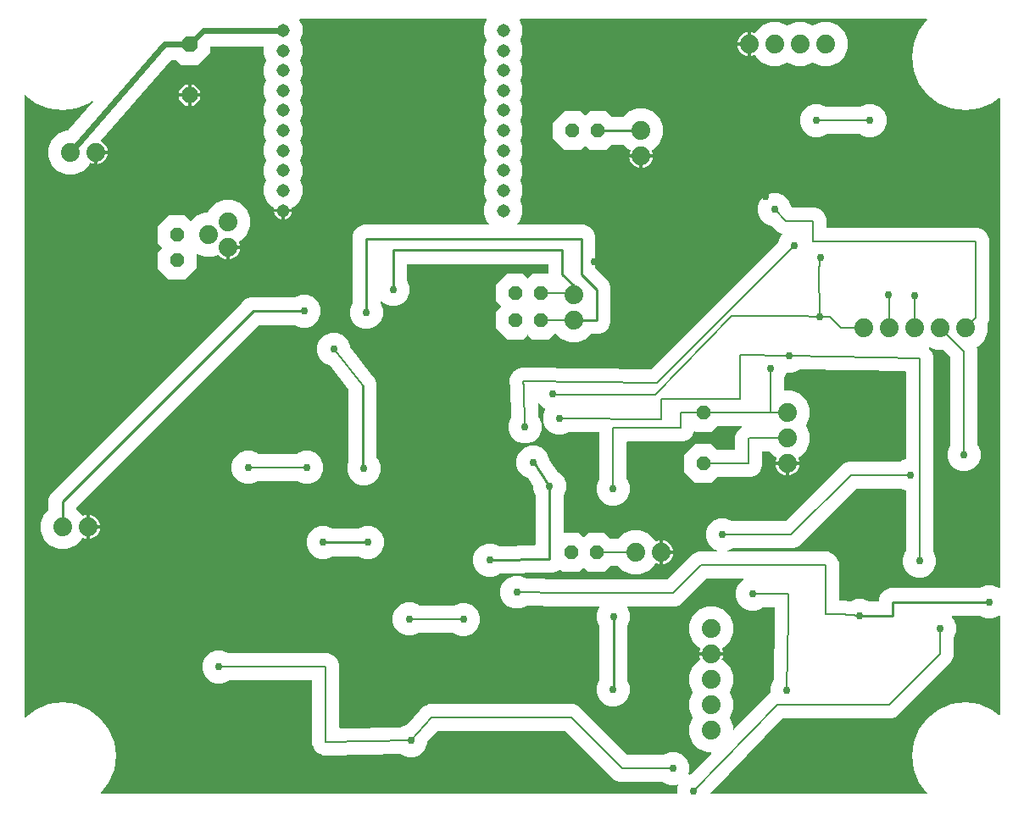
<source format=gbr>
G04 EAGLE Gerber RS-274X export*
G75*
%MOMM*%
%FSLAX34Y34*%
%LPD*%
%INBottom Copper*%
%IPPOS*%
%AMOC8*
5,1,8,0,0,1.08239X$1,22.5*%
G01*
%ADD10P,1.732040X8X292.500000*%
%ADD11C,1.879600*%
%ADD12P,1.429621X8X112.500000*%
%ADD13P,1.429621X8X22.500000*%
%ADD14C,1.308000*%
%ADD15C,0.756400*%
%ADD16C,0.254000*%
%ADD17C,0.152400*%
%ADD18C,0.203200*%
%ADD19C,0.609600*%

G36*
X664004Y12704D02*
X664004Y12704D01*
X664023Y12702D01*
X664125Y12724D01*
X664227Y12740D01*
X664244Y12750D01*
X664264Y12754D01*
X664353Y12807D01*
X664444Y12856D01*
X664458Y12870D01*
X664475Y12880D01*
X664542Y12959D01*
X664614Y13034D01*
X664622Y13052D01*
X664635Y13067D01*
X664674Y13163D01*
X664717Y13257D01*
X664719Y13277D01*
X664727Y13295D01*
X664745Y13462D01*
X664745Y19027D01*
X665558Y20989D01*
X665575Y21059D01*
X665600Y21126D01*
X665603Y21178D01*
X665614Y21229D01*
X665608Y21300D01*
X665611Y21372D01*
X665596Y21422D01*
X665591Y21474D01*
X665562Y21539D01*
X665542Y21608D01*
X665512Y21651D01*
X665491Y21698D01*
X665443Y21751D01*
X665402Y21810D01*
X665360Y21841D01*
X665325Y21879D01*
X665262Y21914D01*
X665205Y21957D01*
X665155Y21973D01*
X665109Y21998D01*
X665039Y22011D01*
X664971Y22033D01*
X664919Y22032D01*
X664867Y22042D01*
X664796Y22031D01*
X664725Y22031D01*
X664656Y22011D01*
X664624Y22006D01*
X664603Y21995D01*
X664564Y21984D01*
X663679Y21617D01*
X657121Y21617D01*
X651063Y24127D01*
X650776Y24414D01*
X650702Y24467D01*
X650632Y24527D01*
X650602Y24539D01*
X650576Y24558D01*
X650489Y24585D01*
X650404Y24619D01*
X650363Y24623D01*
X650341Y24630D01*
X650309Y24629D01*
X650237Y24637D01*
X606922Y24637D01*
X601974Y26687D01*
X553447Y75214D01*
X553373Y75267D01*
X553303Y75327D01*
X553273Y75339D01*
X553247Y75358D01*
X553160Y75385D01*
X553075Y75419D01*
X553034Y75423D01*
X553012Y75430D01*
X552980Y75429D01*
X552908Y75437D01*
X425487Y75437D01*
X425376Y75419D01*
X425263Y75404D01*
X425255Y75399D01*
X425245Y75398D01*
X425145Y75345D01*
X425043Y75294D01*
X425034Y75286D01*
X425027Y75282D01*
X425011Y75265D01*
X424919Y75182D01*
X415455Y64535D01*
X415418Y64477D01*
X415373Y64424D01*
X415353Y64374D01*
X415323Y64327D01*
X415307Y64260D01*
X415281Y64196D01*
X415273Y64120D01*
X415265Y64089D01*
X415267Y64067D01*
X415263Y64030D01*
X415263Y62761D01*
X412753Y56703D01*
X408117Y52067D01*
X402059Y49557D01*
X395501Y49557D01*
X389443Y52067D01*
X389307Y52203D01*
X389228Y52260D01*
X389153Y52322D01*
X389129Y52331D01*
X389107Y52347D01*
X389014Y52375D01*
X388924Y52410D01*
X388891Y52413D01*
X388872Y52419D01*
X388839Y52418D01*
X388757Y52426D01*
X316610Y51349D01*
X316551Y51339D01*
X316491Y51338D01*
X316399Y51312D01*
X316375Y51307D01*
X313795Y51307D01*
X313791Y51307D01*
X313784Y51307D01*
X311188Y51268D01*
X311138Y51289D01*
X311043Y51299D01*
X311019Y51305D01*
X308636Y52292D01*
X308631Y52293D01*
X308625Y52296D01*
X306212Y53254D01*
X306173Y53292D01*
X306089Y53338D01*
X306069Y53352D01*
X304246Y55175D01*
X304242Y55178D01*
X304238Y55183D01*
X302374Y56992D01*
X302352Y57042D01*
X302293Y57116D01*
X302279Y57138D01*
X301293Y59520D01*
X301290Y59524D01*
X301288Y59531D01*
X300259Y61915D01*
X300258Y61969D01*
X300232Y62060D01*
X300227Y62085D01*
X300227Y64664D01*
X300227Y64669D01*
X300227Y64676D01*
X300188Y67272D01*
X300209Y67322D01*
X300219Y67417D01*
X300226Y67449D01*
X300224Y67464D01*
X300227Y67489D01*
X300227Y125476D01*
X300224Y125496D01*
X300226Y125515D01*
X300204Y125617D01*
X300188Y125719D01*
X300178Y125736D01*
X300174Y125756D01*
X300121Y125845D01*
X300072Y125936D01*
X300058Y125950D01*
X300048Y125967D01*
X299969Y126034D01*
X299894Y126106D01*
X299876Y126114D01*
X299861Y126127D01*
X299765Y126166D01*
X299671Y126209D01*
X299651Y126211D01*
X299633Y126219D01*
X299466Y126237D01*
X217173Y126237D01*
X217083Y126223D01*
X216992Y126215D01*
X216962Y126203D01*
X216930Y126198D01*
X216849Y126155D01*
X216765Y126119D01*
X216733Y126093D01*
X216713Y126082D01*
X216690Y126059D01*
X216634Y126014D01*
X216347Y125727D01*
X210289Y123217D01*
X203731Y123217D01*
X197673Y125727D01*
X193037Y130363D01*
X190527Y136421D01*
X190527Y142979D01*
X193037Y149037D01*
X197673Y153673D01*
X203731Y156183D01*
X210289Y156183D01*
X216347Y153673D01*
X216634Y153386D01*
X216708Y153333D01*
X216778Y153273D01*
X216808Y153261D01*
X216834Y153242D01*
X216921Y153215D01*
X217006Y153181D01*
X217047Y153177D01*
X217069Y153170D01*
X217101Y153171D01*
X217173Y153163D01*
X316368Y153163D01*
X321316Y151113D01*
X325103Y147326D01*
X327153Y142378D01*
X327153Y79208D01*
X327157Y79183D01*
X327154Y79157D01*
X327177Y79061D01*
X327192Y78965D01*
X327204Y78943D01*
X327210Y78918D01*
X327262Y78834D01*
X327308Y78748D01*
X327326Y78730D01*
X327340Y78708D01*
X327415Y78646D01*
X327486Y78578D01*
X327509Y78568D01*
X327529Y78551D01*
X327620Y78516D01*
X327709Y78475D01*
X327734Y78472D01*
X327758Y78463D01*
X327925Y78447D01*
X388476Y79350D01*
X388561Y79366D01*
X388646Y79372D01*
X388681Y79387D01*
X388718Y79394D01*
X388793Y79435D01*
X388872Y79468D01*
X388911Y79499D01*
X388934Y79512D01*
X388955Y79534D01*
X389003Y79573D01*
X389443Y80013D01*
X395209Y82402D01*
X395284Y82448D01*
X395362Y82487D01*
X395397Y82518D01*
X395418Y82531D01*
X395438Y82555D01*
X395487Y82599D01*
X407445Y96052D01*
X407468Y96089D01*
X407499Y96120D01*
X407570Y96250D01*
X407577Y96260D01*
X407577Y96263D01*
X407580Y96267D01*
X407687Y96526D01*
X409285Y98124D01*
X409295Y98138D01*
X409315Y98156D01*
X410817Y99846D01*
X411069Y99968D01*
X411105Y99993D01*
X411145Y100010D01*
X411261Y100103D01*
X411271Y100110D01*
X411272Y100112D01*
X411276Y100115D01*
X411474Y100313D01*
X413562Y101178D01*
X413576Y101187D01*
X413603Y101196D01*
X415636Y102182D01*
X415916Y102199D01*
X415959Y102208D01*
X416002Y102209D01*
X416145Y102250D01*
X416156Y102253D01*
X416159Y102254D01*
X416163Y102255D01*
X416422Y102363D01*
X418682Y102363D01*
X418699Y102365D01*
X418727Y102364D01*
X420983Y102497D01*
X421248Y102405D01*
X421290Y102397D01*
X421331Y102381D01*
X421478Y102365D01*
X421490Y102363D01*
X421493Y102363D01*
X421497Y102363D01*
X561478Y102363D01*
X566426Y100313D01*
X614953Y51786D01*
X615027Y51733D01*
X615097Y51673D01*
X615127Y51661D01*
X615153Y51642D01*
X615240Y51615D01*
X615325Y51581D01*
X615366Y51577D01*
X615388Y51570D01*
X615420Y51571D01*
X615492Y51563D01*
X650237Y51563D01*
X650327Y51577D01*
X650418Y51585D01*
X650448Y51597D01*
X650480Y51602D01*
X650561Y51645D01*
X650645Y51681D01*
X650677Y51707D01*
X650697Y51718D01*
X650720Y51741D01*
X650776Y51786D01*
X651063Y52073D01*
X657121Y54583D01*
X663679Y54583D01*
X669737Y52073D01*
X674373Y47437D01*
X676883Y41379D01*
X676883Y34821D01*
X676070Y32859D01*
X676053Y32789D01*
X676028Y32722D01*
X676025Y32670D01*
X676014Y32619D01*
X676020Y32548D01*
X676017Y32476D01*
X676032Y32426D01*
X676037Y32374D01*
X676066Y32309D01*
X676086Y32240D01*
X676116Y32197D01*
X676137Y32150D01*
X676185Y32097D01*
X676226Y32038D01*
X676268Y32007D01*
X676303Y31969D01*
X676366Y31934D01*
X676423Y31891D01*
X676473Y31875D01*
X676519Y31850D01*
X676589Y31837D01*
X676657Y31815D01*
X676709Y31816D01*
X676761Y31806D01*
X676832Y31817D01*
X676903Y31817D01*
X676972Y31837D01*
X677004Y31842D01*
X677025Y31853D01*
X677064Y31864D01*
X677949Y32231D01*
X678141Y32231D01*
X678237Y32246D01*
X678334Y32255D01*
X678358Y32266D01*
X678384Y32270D01*
X678470Y32316D01*
X678558Y32355D01*
X678584Y32376D01*
X678602Y32386D01*
X678624Y32409D01*
X678688Y32462D01*
X698434Y52810D01*
X698472Y52864D01*
X698517Y52912D01*
X698541Y52964D01*
X698574Y53012D01*
X698593Y53075D01*
X698621Y53135D01*
X698627Y53192D01*
X698643Y53248D01*
X698640Y53314D01*
X698648Y53379D01*
X698635Y53436D01*
X698633Y53494D01*
X698609Y53555D01*
X698595Y53620D01*
X698566Y53669D01*
X698545Y53723D01*
X698503Y53774D01*
X698469Y53831D01*
X698425Y53869D01*
X698389Y53913D01*
X698333Y53948D01*
X698282Y53991D01*
X698229Y54012D01*
X698180Y54043D01*
X698115Y54058D01*
X698054Y54083D01*
X697972Y54092D01*
X697940Y54099D01*
X697921Y54098D01*
X697887Y54101D01*
X694104Y54101D01*
X685982Y57466D01*
X679766Y63682D01*
X676401Y71804D01*
X676401Y80596D01*
X679720Y88609D01*
X679741Y88697D01*
X679769Y88784D01*
X679769Y88817D01*
X679777Y88848D01*
X679768Y88939D01*
X679767Y89030D01*
X679756Y89070D01*
X679753Y89093D01*
X679740Y89122D01*
X679720Y89191D01*
X676401Y97204D01*
X676401Y105996D01*
X679720Y114009D01*
X679741Y114097D01*
X679769Y114184D01*
X679769Y114217D01*
X679777Y114248D01*
X679768Y114339D01*
X679767Y114430D01*
X679756Y114470D01*
X679753Y114493D01*
X679740Y114522D01*
X679720Y114591D01*
X676401Y122604D01*
X676401Y131396D01*
X679766Y139518D01*
X685982Y145734D01*
X687298Y146279D01*
X687340Y146306D01*
X687387Y146323D01*
X687444Y146370D01*
X687507Y146409D01*
X687539Y146447D01*
X687577Y146479D01*
X687617Y146542D01*
X687664Y146599D01*
X687682Y146645D01*
X687708Y146687D01*
X687726Y146759D01*
X687752Y146828D01*
X687754Y146878D01*
X687766Y146926D01*
X687759Y147000D01*
X687762Y147074D01*
X687749Y147122D01*
X687744Y147171D01*
X687701Y147286D01*
X687694Y147310D01*
X687689Y147317D01*
X687685Y147328D01*
X687436Y147817D01*
X686855Y149604D01*
X686654Y150877D01*
X697738Y150877D01*
X697758Y150880D01*
X697777Y150878D01*
X697879Y150900D01*
X697981Y150917D01*
X697998Y150926D01*
X698018Y150930D01*
X698107Y150983D01*
X698198Y151032D01*
X698212Y151046D01*
X698229Y151056D01*
X698296Y151135D01*
X698367Y151210D01*
X698376Y151228D01*
X698389Y151243D01*
X698427Y151339D01*
X698471Y151433D01*
X698473Y151453D01*
X698481Y151471D01*
X698499Y151638D01*
X698499Y153162D01*
X698496Y153182D01*
X698498Y153201D01*
X698476Y153303D01*
X698459Y153405D01*
X698450Y153422D01*
X698446Y153442D01*
X698393Y153531D01*
X698344Y153622D01*
X698330Y153636D01*
X698320Y153653D01*
X698241Y153720D01*
X698166Y153791D01*
X698148Y153800D01*
X698133Y153813D01*
X698037Y153852D01*
X697943Y153895D01*
X697923Y153897D01*
X697905Y153905D01*
X697738Y153923D01*
X686654Y153923D01*
X686855Y155196D01*
X687436Y156983D01*
X687685Y157472D01*
X687700Y157519D01*
X687724Y157563D01*
X687737Y157636D01*
X687760Y157706D01*
X687759Y157756D01*
X687768Y157805D01*
X687757Y157878D01*
X687756Y157952D01*
X687739Y157999D01*
X687732Y158048D01*
X687699Y158114D01*
X687674Y158184D01*
X687643Y158223D01*
X687621Y158267D01*
X687568Y158319D01*
X687522Y158377D01*
X687481Y158405D01*
X687445Y158440D01*
X687338Y158499D01*
X687317Y158513D01*
X687309Y158515D01*
X687298Y158521D01*
X685982Y159066D01*
X679766Y165282D01*
X676401Y173404D01*
X676401Y182196D01*
X679766Y190318D01*
X685982Y196534D01*
X694104Y199899D01*
X702896Y199899D01*
X711018Y196534D01*
X717234Y190318D01*
X720599Y182196D01*
X720599Y173404D01*
X717234Y165282D01*
X711018Y159066D01*
X709702Y158521D01*
X709660Y158494D01*
X709613Y158477D01*
X709556Y158430D01*
X709493Y158391D01*
X709461Y158353D01*
X709423Y158321D01*
X709383Y158258D01*
X709336Y158201D01*
X709318Y158155D01*
X709292Y158113D01*
X709274Y158041D01*
X709248Y157972D01*
X709246Y157922D01*
X709234Y157874D01*
X709241Y157800D01*
X709238Y157726D01*
X709251Y157678D01*
X709256Y157629D01*
X709299Y157514D01*
X709306Y157490D01*
X709311Y157483D01*
X709315Y157472D01*
X709564Y156983D01*
X710145Y155196D01*
X710346Y153923D01*
X699262Y153923D01*
X699242Y153920D01*
X699223Y153922D01*
X699121Y153900D01*
X699019Y153883D01*
X699002Y153874D01*
X698982Y153870D01*
X698893Y153817D01*
X698802Y153768D01*
X698788Y153754D01*
X698771Y153744D01*
X698704Y153665D01*
X698633Y153590D01*
X698624Y153572D01*
X698611Y153557D01*
X698573Y153461D01*
X698529Y153367D01*
X698527Y153347D01*
X698519Y153329D01*
X698501Y153162D01*
X698501Y151638D01*
X698504Y151618D01*
X698502Y151599D01*
X698524Y151497D01*
X698541Y151395D01*
X698550Y151378D01*
X698554Y151358D01*
X698607Y151269D01*
X698656Y151178D01*
X698670Y151164D01*
X698680Y151147D01*
X698759Y151080D01*
X698834Y151009D01*
X698852Y151000D01*
X698867Y150987D01*
X698963Y150948D01*
X699057Y150905D01*
X699077Y150903D01*
X699095Y150895D01*
X699262Y150877D01*
X710346Y150877D01*
X710145Y149604D01*
X709564Y147817D01*
X709315Y147328D01*
X709300Y147281D01*
X709276Y147237D01*
X709263Y147164D01*
X709240Y147094D01*
X709241Y147044D01*
X709232Y146995D01*
X709243Y146922D01*
X709244Y146848D01*
X709261Y146801D01*
X709268Y146752D01*
X709301Y146686D01*
X709326Y146616D01*
X709357Y146577D01*
X709379Y146533D01*
X709432Y146481D01*
X709478Y146423D01*
X709519Y146395D01*
X709555Y146360D01*
X709662Y146301D01*
X709683Y146287D01*
X709691Y146285D01*
X709702Y146279D01*
X711018Y145734D01*
X717234Y139518D01*
X720599Y131396D01*
X720599Y122604D01*
X717280Y114591D01*
X717259Y114503D01*
X717231Y114416D01*
X717231Y114383D01*
X717223Y114352D01*
X717232Y114261D01*
X717233Y114170D01*
X717244Y114130D01*
X717247Y114107D01*
X717260Y114078D01*
X717280Y114009D01*
X720599Y105996D01*
X720599Y97204D01*
X717280Y89191D01*
X717259Y89103D01*
X717231Y89016D01*
X717231Y88983D01*
X717223Y88952D01*
X717232Y88861D01*
X717233Y88770D01*
X717244Y88730D01*
X717247Y88707D01*
X717260Y88678D01*
X717280Y88609D01*
X720599Y80596D01*
X720599Y77528D01*
X720611Y77452D01*
X720614Y77375D01*
X720631Y77331D01*
X720638Y77285D01*
X720675Y77217D01*
X720702Y77145D01*
X720732Y77109D01*
X720754Y77068D01*
X720810Y77015D01*
X720859Y76955D01*
X720898Y76931D01*
X720932Y76899D01*
X721002Y76866D01*
X721068Y76825D01*
X721113Y76815D01*
X721155Y76795D01*
X721232Y76787D01*
X721307Y76769D01*
X721353Y76773D01*
X721399Y76768D01*
X721475Y76784D01*
X721552Y76792D01*
X721594Y76810D01*
X721640Y76820D01*
X721706Y76860D01*
X721777Y76891D01*
X721825Y76931D01*
X721851Y76946D01*
X721868Y76967D01*
X721906Y76998D01*
X752985Y109025D01*
X753020Y109074D01*
X753062Y109117D01*
X753107Y109200D01*
X753123Y109222D01*
X754944Y111043D01*
X754946Y111047D01*
X754952Y111051D01*
X756761Y112915D01*
X756812Y112937D01*
X756886Y112997D01*
X756908Y113011D01*
X757239Y113148D01*
X757338Y113209D01*
X757439Y113269D01*
X757443Y113274D01*
X757448Y113277D01*
X757522Y113367D01*
X757599Y113456D01*
X757601Y113462D01*
X757605Y113467D01*
X757647Y113575D01*
X757691Y113684D01*
X757692Y113692D01*
X757693Y113697D01*
X757694Y113715D01*
X757709Y113851D01*
X757709Y119357D01*
X760219Y125415D01*
X760755Y125951D01*
X760803Y126018D01*
X760858Y126079D01*
X760874Y126117D01*
X760899Y126151D01*
X760923Y126229D01*
X760955Y126305D01*
X760963Y126359D01*
X760971Y126386D01*
X760970Y126415D01*
X760978Y126471D01*
X762507Y189385D01*
X762506Y189392D01*
X762507Y189403D01*
X762507Y198374D01*
X762504Y198394D01*
X762506Y198413D01*
X762484Y198515D01*
X762468Y198617D01*
X762458Y198634D01*
X762454Y198654D01*
X762401Y198743D01*
X762352Y198834D01*
X762338Y198848D01*
X762328Y198865D01*
X762249Y198932D01*
X762174Y199004D01*
X762156Y199012D01*
X762141Y199025D01*
X762045Y199064D01*
X761951Y199107D01*
X761931Y199109D01*
X761913Y199117D01*
X761746Y199135D01*
X750065Y199135D01*
X749975Y199121D01*
X749884Y199113D01*
X749854Y199101D01*
X749822Y199096D01*
X749741Y199053D01*
X749657Y199017D01*
X749625Y198991D01*
X749605Y198980D01*
X749582Y198957D01*
X749526Y198912D01*
X749239Y198625D01*
X743181Y196115D01*
X736623Y196115D01*
X730565Y198625D01*
X725929Y203261D01*
X723419Y209319D01*
X723419Y215877D01*
X725929Y221935D01*
X730532Y226538D01*
X730573Y226596D01*
X730623Y226648D01*
X730645Y226695D01*
X730675Y226737D01*
X730696Y226806D01*
X730726Y226871D01*
X730732Y226923D01*
X730748Y226973D01*
X730746Y227044D01*
X730754Y227115D01*
X730743Y227166D01*
X730741Y227218D01*
X730717Y227286D01*
X730701Y227356D01*
X730675Y227401D01*
X730657Y227449D01*
X730612Y227505D01*
X730575Y227567D01*
X730536Y227601D01*
X730503Y227641D01*
X730443Y227680D01*
X730388Y227727D01*
X730340Y227746D01*
X730296Y227774D01*
X730227Y227792D01*
X730160Y227819D01*
X730089Y227827D01*
X730058Y227835D01*
X730034Y227833D01*
X729993Y227837D01*
X694232Y227837D01*
X694142Y227823D01*
X694051Y227815D01*
X694021Y227803D01*
X693989Y227798D01*
X693908Y227755D01*
X693824Y227719D01*
X693792Y227693D01*
X693772Y227682D01*
X693749Y227659D01*
X693693Y227614D01*
X671920Y205841D01*
X668026Y201947D01*
X663078Y199897D01*
X615736Y199897D01*
X615691Y199890D01*
X615645Y199892D01*
X615570Y199870D01*
X615493Y199858D01*
X615453Y199836D01*
X615409Y199823D01*
X615345Y199779D01*
X615276Y199742D01*
X615244Y199709D01*
X615207Y199683D01*
X615160Y199620D01*
X615106Y199564D01*
X615087Y199522D01*
X615060Y199486D01*
X615036Y199412D01*
X615003Y199341D01*
X614998Y199295D01*
X614984Y199252D01*
X614984Y199174D01*
X614976Y199097D01*
X614985Y199052D01*
X614986Y199006D01*
X615024Y198874D01*
X615028Y198856D01*
X615031Y198852D01*
X615033Y198845D01*
X617447Y193017D01*
X617447Y186459D01*
X614993Y180535D01*
X614978Y180471D01*
X614953Y180410D01*
X614944Y180327D01*
X614937Y180295D01*
X614938Y180276D01*
X614935Y180243D01*
X614935Y125721D01*
X614945Y125657D01*
X614946Y125591D01*
X614969Y125511D01*
X614974Y125479D01*
X614984Y125461D01*
X614993Y125430D01*
X617193Y120119D01*
X617193Y113561D01*
X614683Y107503D01*
X610047Y102867D01*
X603989Y100357D01*
X597431Y100357D01*
X591373Y102867D01*
X586737Y107503D01*
X584227Y113561D01*
X584227Y120119D01*
X586737Y126177D01*
X586770Y126210D01*
X586823Y126284D01*
X586883Y126354D01*
X586895Y126384D01*
X586914Y126410D01*
X586941Y126497D01*
X586975Y126582D01*
X586979Y126623D01*
X586986Y126645D01*
X586985Y126677D01*
X586993Y126749D01*
X586993Y180243D01*
X586983Y180308D01*
X586982Y180374D01*
X586959Y180454D01*
X586954Y180486D01*
X586944Y180503D01*
X586935Y180535D01*
X584481Y186459D01*
X584481Y193017D01*
X586895Y198845D01*
X586906Y198889D01*
X586925Y198931D01*
X586934Y199008D01*
X586952Y199084D01*
X586947Y199130D01*
X586952Y199175D01*
X586936Y199252D01*
X586928Y199329D01*
X586910Y199371D01*
X586900Y199416D01*
X586860Y199483D01*
X586828Y199554D01*
X586797Y199588D01*
X586774Y199627D01*
X586715Y199678D01*
X586662Y199735D01*
X586622Y199757D01*
X586587Y199787D01*
X586515Y199816D01*
X586447Y199853D01*
X586401Y199862D01*
X586359Y199879D01*
X586223Y199894D01*
X586204Y199897D01*
X586199Y199896D01*
X586192Y199897D01*
X552828Y199897D01*
X552772Y199888D01*
X552715Y199889D01*
X552616Y199863D01*
X552586Y199858D01*
X552574Y199851D01*
X552553Y199846D01*
X552540Y199841D01*
X550022Y199897D01*
X550015Y199896D01*
X550005Y199897D01*
X547486Y199897D01*
X547474Y199902D01*
X547418Y199915D01*
X547366Y199938D01*
X547265Y199951D01*
X547234Y199959D01*
X547221Y199957D01*
X547199Y199960D01*
X514652Y200687D01*
X514553Y200674D01*
X514454Y200666D01*
X514432Y200656D01*
X514409Y200653D01*
X514319Y200608D01*
X514228Y200569D01*
X514205Y200551D01*
X514189Y200543D01*
X514165Y200520D01*
X514097Y200465D01*
X514035Y200403D01*
X507977Y197893D01*
X501419Y197893D01*
X495361Y200403D01*
X490725Y205039D01*
X488215Y211097D01*
X488215Y217655D01*
X490725Y223713D01*
X495361Y228349D01*
X501419Y230859D01*
X507977Y230859D01*
X514035Y228349D01*
X514551Y227833D01*
X514618Y227785D01*
X514680Y227729D01*
X514718Y227713D01*
X514751Y227690D01*
X514830Y227665D01*
X514906Y227632D01*
X514959Y227625D01*
X514986Y227617D01*
X515015Y227618D01*
X515072Y227610D01*
X550306Y226823D01*
X550313Y226824D01*
X550323Y226823D01*
X654508Y226823D01*
X654598Y226837D01*
X654689Y226845D01*
X654719Y226857D01*
X654751Y226862D01*
X654832Y226905D01*
X654916Y226941D01*
X654948Y226967D01*
X654968Y226978D01*
X654991Y227001D01*
X655047Y227046D01*
X676820Y248819D01*
X680714Y252713D01*
X685662Y254763D01*
X704115Y254763D01*
X704211Y254778D01*
X704308Y254788D01*
X704332Y254798D01*
X704358Y254802D01*
X704444Y254848D01*
X704533Y254888D01*
X704552Y254905D01*
X704575Y254918D01*
X704642Y254988D01*
X704714Y255054D01*
X704726Y255077D01*
X704744Y255096D01*
X704785Y255184D01*
X704832Y255270D01*
X704837Y255295D01*
X704848Y255319D01*
X704859Y255416D01*
X704876Y255512D01*
X704872Y255538D01*
X704875Y255563D01*
X704854Y255659D01*
X704840Y255755D01*
X704828Y255778D01*
X704823Y255804D01*
X704773Y255887D01*
X704729Y255974D01*
X704710Y255993D01*
X704697Y256015D01*
X704623Y256078D01*
X704553Y256146D01*
X704525Y256162D01*
X704510Y256175D01*
X704479Y256187D01*
X704406Y256227D01*
X700593Y257807D01*
X695957Y262443D01*
X693447Y268501D01*
X693447Y275059D01*
X695957Y281117D01*
X700593Y285753D01*
X706651Y288263D01*
X713209Y288263D01*
X719267Y285753D01*
X719554Y285466D01*
X719628Y285413D01*
X719698Y285353D01*
X719728Y285341D01*
X719754Y285322D01*
X719841Y285295D01*
X719926Y285261D01*
X719967Y285257D01*
X719989Y285250D01*
X720021Y285251D01*
X720093Y285243D01*
X772618Y285243D01*
X772708Y285257D01*
X772799Y285265D01*
X772829Y285277D01*
X772861Y285282D01*
X772942Y285325D01*
X773026Y285361D01*
X773058Y285387D01*
X773078Y285398D01*
X773101Y285421D01*
X773157Y285466D01*
X826680Y338989D01*
X830574Y342883D01*
X835522Y344933D01*
X887727Y344933D01*
X887817Y344947D01*
X887908Y344955D01*
X887938Y344967D01*
X887970Y344972D01*
X888051Y345015D01*
X888135Y345051D01*
X888167Y345077D01*
X888187Y345088D01*
X888210Y345111D01*
X888266Y345156D01*
X888553Y345443D01*
X892847Y347222D01*
X892947Y347284D01*
X893047Y347344D01*
X893051Y347348D01*
X893056Y347352D01*
X893131Y347442D01*
X893207Y347530D01*
X893209Y347536D01*
X893213Y347541D01*
X893255Y347650D01*
X893299Y347759D01*
X893300Y347766D01*
X893301Y347771D01*
X893302Y347789D01*
X893317Y347925D01*
X893317Y434270D01*
X893315Y434284D01*
X893317Y434297D01*
X893295Y434405D01*
X893278Y434513D01*
X893271Y434525D01*
X893269Y434538D01*
X893214Y434634D01*
X893162Y434730D01*
X893153Y434740D01*
X893146Y434751D01*
X893064Y434824D01*
X892984Y434900D01*
X892972Y434906D01*
X892962Y434914D01*
X892861Y434957D01*
X892761Y435003D01*
X892748Y435005D01*
X892735Y435010D01*
X892569Y435031D01*
X786822Y436794D01*
X786725Y436780D01*
X786628Y436772D01*
X786605Y436762D01*
X786579Y436758D01*
X786492Y436714D01*
X786402Y436676D01*
X786377Y436656D01*
X786359Y436647D01*
X786336Y436623D01*
X786271Y436571D01*
X786069Y436369D01*
X780011Y433859D01*
X774613Y433859D01*
X774499Y433840D01*
X774382Y433823D01*
X774377Y433821D01*
X774371Y433820D01*
X774268Y433765D01*
X774163Y433712D01*
X774159Y433707D01*
X774153Y433704D01*
X774073Y433620D01*
X773991Y433536D01*
X773987Y433530D01*
X773984Y433526D01*
X773976Y433509D01*
X773910Y433389D01*
X771909Y428559D01*
X771622Y428272D01*
X771569Y428198D01*
X771509Y428128D01*
X771497Y428098D01*
X771478Y428072D01*
X771451Y427985D01*
X771417Y427900D01*
X771413Y427859D01*
X771406Y427837D01*
X771407Y427805D01*
X771399Y427733D01*
X771399Y416560D01*
X771402Y416540D01*
X771400Y416521D01*
X771422Y416419D01*
X771438Y416317D01*
X771448Y416300D01*
X771452Y416280D01*
X771505Y416191D01*
X771554Y416100D01*
X771568Y416086D01*
X771578Y416069D01*
X771657Y416002D01*
X771732Y415930D01*
X771750Y415922D01*
X771765Y415909D01*
X771861Y415870D01*
X771955Y415827D01*
X771975Y415825D01*
X771993Y415817D01*
X772160Y415799D01*
X779096Y415799D01*
X787218Y412434D01*
X793434Y406218D01*
X796799Y398096D01*
X796799Y389304D01*
X793480Y381291D01*
X793459Y381203D01*
X793431Y381116D01*
X793431Y381083D01*
X793423Y381052D01*
X793432Y380961D01*
X793433Y380870D01*
X793444Y380830D01*
X793447Y380807D01*
X793460Y380778D01*
X793480Y380709D01*
X796799Y372696D01*
X796799Y363904D01*
X793434Y355782D01*
X787218Y349566D01*
X785902Y349021D01*
X785860Y348994D01*
X785813Y348977D01*
X785756Y348930D01*
X785693Y348891D01*
X785661Y348853D01*
X785623Y348821D01*
X785583Y348758D01*
X785536Y348701D01*
X785518Y348655D01*
X785492Y348613D01*
X785474Y348541D01*
X785448Y348472D01*
X785446Y348422D01*
X785434Y348374D01*
X785441Y348300D01*
X785438Y348226D01*
X785451Y348178D01*
X785456Y348129D01*
X785499Y348014D01*
X785506Y347990D01*
X785511Y347983D01*
X785515Y347972D01*
X785764Y347483D01*
X786345Y345696D01*
X786546Y344423D01*
X775462Y344423D01*
X775442Y344420D01*
X775423Y344422D01*
X775321Y344400D01*
X775219Y344383D01*
X775202Y344374D01*
X775182Y344370D01*
X775093Y344317D01*
X775002Y344268D01*
X774988Y344254D01*
X774971Y344244D01*
X774904Y344165D01*
X774833Y344090D01*
X774824Y344072D01*
X774811Y344057D01*
X774773Y343961D01*
X774729Y343867D01*
X774727Y343847D01*
X774719Y343829D01*
X774701Y343662D01*
X774701Y342899D01*
X774699Y342899D01*
X774699Y343662D01*
X774696Y343682D01*
X774698Y343701D01*
X774676Y343803D01*
X774659Y343905D01*
X774650Y343922D01*
X774646Y343942D01*
X774593Y344031D01*
X774544Y344122D01*
X774530Y344136D01*
X774520Y344153D01*
X774441Y344220D01*
X774366Y344291D01*
X774348Y344300D01*
X774333Y344313D01*
X774237Y344352D01*
X774143Y344395D01*
X774123Y344397D01*
X774105Y344405D01*
X773938Y344423D01*
X762854Y344423D01*
X763055Y345696D01*
X763636Y347483D01*
X763885Y347972D01*
X763900Y348019D01*
X763924Y348063D01*
X763937Y348136D01*
X763960Y348206D01*
X763959Y348256D01*
X763968Y348305D01*
X763957Y348378D01*
X763956Y348452D01*
X763939Y348499D01*
X763932Y348548D01*
X763899Y348614D01*
X763874Y348684D01*
X763843Y348723D01*
X763821Y348767D01*
X763768Y348819D01*
X763722Y348877D01*
X763681Y348905D01*
X763645Y348940D01*
X763538Y348999D01*
X763517Y349013D01*
X763509Y349015D01*
X763498Y349021D01*
X762182Y349566D01*
X757133Y354614D01*
X757059Y354667D01*
X756990Y354727D01*
X756960Y354739D01*
X756934Y354758D01*
X756847Y354785D01*
X756762Y354819D01*
X756721Y354823D01*
X756699Y354830D01*
X756666Y354829D01*
X756595Y354837D01*
X750316Y354837D01*
X750296Y354834D01*
X750277Y354836D01*
X750175Y354814D01*
X750073Y354798D01*
X750056Y354788D01*
X750036Y354784D01*
X749947Y354731D01*
X749856Y354682D01*
X749842Y354668D01*
X749825Y354658D01*
X749758Y354579D01*
X749686Y354504D01*
X749678Y354486D01*
X749665Y354471D01*
X749626Y354375D01*
X749583Y354281D01*
X749581Y354261D01*
X749573Y354243D01*
X749555Y354076D01*
X749555Y340222D01*
X747505Y335274D01*
X743718Y331487D01*
X738770Y329437D01*
X705034Y329437D01*
X704944Y329423D01*
X704853Y329415D01*
X704823Y329403D01*
X704791Y329398D01*
X704710Y329355D01*
X704626Y329319D01*
X704594Y329293D01*
X704573Y329282D01*
X704551Y329259D01*
X704495Y329214D01*
X698876Y323595D01*
X682884Y323595D01*
X671575Y334904D01*
X671575Y350896D01*
X682884Y362205D01*
X698876Y362205D01*
X704495Y356586D01*
X704569Y356533D01*
X704639Y356473D01*
X704669Y356461D01*
X704695Y356442D01*
X704782Y356415D01*
X704867Y356381D01*
X704908Y356377D01*
X704930Y356370D01*
X704962Y356371D01*
X705034Y356363D01*
X721868Y356363D01*
X721888Y356366D01*
X721907Y356364D01*
X722009Y356386D01*
X722111Y356402D01*
X722128Y356412D01*
X722148Y356416D01*
X722237Y356469D01*
X722328Y356518D01*
X722342Y356532D01*
X722359Y356542D01*
X722426Y356621D01*
X722498Y356696D01*
X722506Y356714D01*
X722519Y356729D01*
X722558Y356825D01*
X722601Y356919D01*
X722603Y356939D01*
X722611Y356957D01*
X722629Y357124D01*
X722629Y369962D01*
X724679Y374910D01*
X725588Y375819D01*
X728707Y378938D01*
X728748Y378996D01*
X728798Y379048D01*
X728820Y379095D01*
X728850Y379137D01*
X728871Y379206D01*
X728901Y379271D01*
X728907Y379323D01*
X728922Y379373D01*
X728921Y379444D01*
X728929Y379515D01*
X728917Y379566D01*
X728916Y379618D01*
X728891Y379686D01*
X728876Y379756D01*
X728850Y379801D01*
X728832Y379849D01*
X728787Y379905D01*
X728750Y379967D01*
X728711Y380001D01*
X728678Y380041D01*
X728618Y380080D01*
X728563Y380127D01*
X728515Y380146D01*
X728471Y380174D01*
X728402Y380192D01*
X728335Y380219D01*
X728264Y380227D01*
X728233Y380235D01*
X728209Y380233D01*
X728168Y380237D01*
X705034Y380237D01*
X704944Y380223D01*
X704853Y380215D01*
X704823Y380203D01*
X704791Y380198D01*
X704710Y380155D01*
X704626Y380119D01*
X704594Y380093D01*
X704573Y380082D01*
X704551Y380059D01*
X704495Y380014D01*
X698876Y374395D01*
X682884Y374395D01*
X682487Y374792D01*
X682450Y374819D01*
X682419Y374853D01*
X682350Y374890D01*
X682287Y374936D01*
X682243Y374949D01*
X682203Y374971D01*
X682126Y374985D01*
X682052Y375008D01*
X682006Y375007D01*
X681961Y375015D01*
X681884Y375004D01*
X681806Y375002D01*
X681763Y374986D01*
X681718Y374979D01*
X681648Y374944D01*
X681575Y374917D01*
X681539Y374889D01*
X681498Y374868D01*
X681444Y374812D01*
X681383Y374763D01*
X681358Y374725D01*
X681326Y374692D01*
X681260Y374572D01*
X681250Y374557D01*
X681249Y374552D01*
X681245Y374545D01*
X679648Y370690D01*
X675790Y366832D01*
X670748Y364743D01*
X615188Y364743D01*
X615168Y364740D01*
X615149Y364742D01*
X615047Y364720D01*
X614945Y364704D01*
X614928Y364694D01*
X614908Y364690D01*
X614819Y364637D01*
X614728Y364588D01*
X614714Y364574D01*
X614697Y364564D01*
X614630Y364485D01*
X614558Y364410D01*
X614550Y364392D01*
X614537Y364377D01*
X614498Y364281D01*
X614455Y364187D01*
X614453Y364167D01*
X614445Y364149D01*
X614427Y363982D01*
X614427Y346522D01*
X614231Y346048D01*
X614216Y345984D01*
X614191Y345924D01*
X614182Y345841D01*
X614175Y345809D01*
X614176Y345789D01*
X614173Y345757D01*
X614173Y327663D01*
X614187Y327573D01*
X614195Y327482D01*
X614207Y327452D01*
X614212Y327420D01*
X614255Y327339D01*
X614291Y327255D01*
X614317Y327223D01*
X614328Y327203D01*
X614351Y327180D01*
X614396Y327124D01*
X614683Y326837D01*
X617193Y320779D01*
X617193Y314221D01*
X614683Y308163D01*
X610047Y303527D01*
X603989Y301017D01*
X597431Y301017D01*
X591373Y303527D01*
X586737Y308163D01*
X584227Y314221D01*
X584227Y320779D01*
X586737Y326837D01*
X587024Y327124D01*
X587077Y327198D01*
X587137Y327268D01*
X587149Y327298D01*
X587168Y327324D01*
X587195Y327411D01*
X587229Y327496D01*
X587233Y327537D01*
X587240Y327559D01*
X587239Y327591D01*
X587247Y327663D01*
X587247Y345757D01*
X587237Y345822D01*
X587236Y345887D01*
X587213Y345967D01*
X587208Y346000D01*
X587198Y346017D01*
X587189Y346048D01*
X586993Y346522D01*
X586993Y373407D01*
X586991Y373422D01*
X586993Y373437D01*
X586971Y373543D01*
X586954Y373650D01*
X586946Y373663D01*
X586943Y373678D01*
X586889Y373772D01*
X586838Y373867D01*
X586828Y373878D01*
X586820Y373891D01*
X586738Y373962D01*
X586660Y374037D01*
X586646Y374043D01*
X586635Y374053D01*
X586535Y374095D01*
X586437Y374140D01*
X586422Y374142D01*
X586408Y374148D01*
X586242Y374168D01*
X557173Y374534D01*
X557078Y374520D01*
X556983Y374513D01*
X556957Y374502D01*
X556930Y374498D01*
X556845Y374454D01*
X556756Y374416D01*
X556729Y374395D01*
X556711Y374385D01*
X556688Y374362D01*
X556625Y374311D01*
X556453Y374139D01*
X550395Y371629D01*
X543837Y371629D01*
X537779Y374139D01*
X533143Y378775D01*
X530633Y384833D01*
X530633Y391391D01*
X532943Y396966D01*
X532947Y396986D01*
X532957Y397003D01*
X532975Y397105D01*
X532999Y397206D01*
X532997Y397226D01*
X533001Y397245D01*
X532986Y397348D01*
X532976Y397451D01*
X532968Y397469D01*
X532965Y397489D01*
X532918Y397581D01*
X532876Y397676D01*
X532863Y397690D01*
X532853Y397708D01*
X532780Y397781D01*
X532710Y397857D01*
X532692Y397866D01*
X532678Y397880D01*
X532531Y397961D01*
X531175Y398523D01*
X526869Y402829D01*
X526801Y402878D01*
X526738Y402934D01*
X526702Y402949D01*
X526669Y402973D01*
X526589Y402997D01*
X526512Y403030D01*
X526472Y403033D01*
X526434Y403045D01*
X526350Y403043D01*
X526267Y403049D01*
X526228Y403040D01*
X526188Y403039D01*
X526109Y403010D01*
X526028Y402989D01*
X525995Y402968D01*
X525957Y402954D01*
X525892Y402902D01*
X525821Y402857D01*
X525796Y402825D01*
X525765Y402800D01*
X525720Y402730D01*
X525668Y402665D01*
X525654Y402627D01*
X525632Y402593D01*
X525612Y402512D01*
X525583Y402434D01*
X525579Y402382D01*
X525572Y402355D01*
X525574Y402325D01*
X525570Y402267D01*
X525962Y389941D01*
X525978Y389863D01*
X525984Y389785D01*
X526001Y389744D01*
X526010Y389700D01*
X526049Y389631D01*
X526080Y389558D01*
X526117Y389512D01*
X526132Y389486D01*
X526152Y389468D01*
X526185Y389427D01*
X526799Y388813D01*
X529309Y382755D01*
X529309Y376197D01*
X526799Y370139D01*
X522163Y365503D01*
X516105Y362993D01*
X509547Y362993D01*
X503489Y365503D01*
X498853Y370139D01*
X496343Y376197D01*
X496343Y382755D01*
X498865Y388843D01*
X498880Y388864D01*
X498944Y388944D01*
X498951Y388963D01*
X498963Y388979D01*
X498994Y389078D01*
X499029Y389175D01*
X499031Y389200D01*
X499036Y389214D01*
X499035Y389247D01*
X499042Y389342D01*
X498124Y418188D01*
X498118Y418215D01*
X498117Y418266D01*
X497694Y421369D01*
X497691Y421379D01*
X497691Y421389D01*
X497646Y421550D01*
X497306Y422392D01*
X497322Y424037D01*
X497317Y424069D01*
X497315Y424147D01*
X497093Y425776D01*
X497324Y426654D01*
X497325Y426664D01*
X497329Y426674D01*
X497349Y426840D01*
X497357Y427748D01*
X498001Y429261D01*
X498009Y429293D01*
X498037Y429365D01*
X498455Y430956D01*
X499004Y431678D01*
X499009Y431688D01*
X499016Y431695D01*
X499030Y431719D01*
X499032Y431721D01*
X499036Y431729D01*
X499099Y431841D01*
X499454Y432676D01*
X500628Y433828D01*
X500647Y433854D01*
X500701Y433911D01*
X501696Y435220D01*
X502479Y435677D01*
X502487Y435684D01*
X502497Y435688D01*
X502629Y435792D01*
X503277Y436427D01*
X504802Y437042D01*
X504830Y437059D01*
X504901Y437091D01*
X506322Y437919D01*
X507221Y438042D01*
X507231Y438045D01*
X507241Y438045D01*
X507402Y438090D01*
X508244Y438430D01*
X509889Y438414D01*
X509921Y438419D01*
X509999Y438421D01*
X511628Y438643D01*
X512506Y438412D01*
X512516Y438411D01*
X512526Y438407D01*
X512692Y438387D01*
X638809Y437191D01*
X638903Y437205D01*
X638997Y437213D01*
X639024Y437224D01*
X639052Y437228D01*
X639136Y437272D01*
X639224Y437309D01*
X639252Y437331D01*
X639271Y437341D01*
X639293Y437365D01*
X639355Y437414D01*
X765106Y563165D01*
X765159Y563239D01*
X765219Y563309D01*
X765231Y563339D01*
X765250Y563365D01*
X765277Y563452D01*
X765311Y563537D01*
X765315Y563578D01*
X765322Y563600D01*
X765321Y563632D01*
X765329Y563704D01*
X765329Y564111D01*
X767839Y570169D01*
X769186Y571517D01*
X769213Y571554D01*
X769247Y571585D01*
X769285Y571653D01*
X769330Y571716D01*
X769343Y571760D01*
X769366Y571800D01*
X769379Y571877D01*
X769402Y571951D01*
X769401Y571997D01*
X769409Y572042D01*
X769398Y572119D01*
X769396Y572197D01*
X769380Y572240D01*
X769374Y572286D01*
X769338Y572355D01*
X769312Y572428D01*
X769283Y572464D01*
X769262Y572505D01*
X769206Y572560D01*
X769158Y572620D01*
X769119Y572645D01*
X769086Y572677D01*
X768967Y572743D01*
X768951Y572753D01*
X768946Y572754D01*
X768939Y572758D01*
X765804Y574057D01*
X759667Y580194D01*
X759593Y580247D01*
X759523Y580307D01*
X759493Y580319D01*
X759467Y580338D01*
X759380Y580365D01*
X759295Y580399D01*
X759254Y580403D01*
X759232Y580410D01*
X759200Y580409D01*
X759128Y580417D01*
X758721Y580417D01*
X752663Y582927D01*
X748027Y587563D01*
X745517Y593621D01*
X745517Y600179D01*
X748027Y606237D01*
X752663Y610873D01*
X758721Y613383D01*
X765279Y613383D01*
X771337Y610873D01*
X775973Y606237D01*
X778483Y600179D01*
X778483Y599772D01*
X778497Y599682D01*
X778505Y599591D01*
X778517Y599561D01*
X778522Y599529D01*
X778565Y599448D01*
X778601Y599364D01*
X778627Y599332D01*
X778638Y599312D01*
X778661Y599289D01*
X778706Y599233D01*
X778783Y599156D01*
X778857Y599103D01*
X778927Y599043D01*
X778957Y599031D01*
X778983Y599012D01*
X779070Y598985D01*
X779155Y598951D01*
X779196Y598947D01*
X779218Y598940D01*
X779250Y598941D01*
X779322Y598933D01*
X802751Y598933D01*
X807699Y596883D01*
X811486Y593096D01*
X813535Y588148D01*
X813535Y579347D01*
X813539Y579327D01*
X813537Y579307D01*
X813559Y579206D01*
X813575Y579104D01*
X813585Y579086D01*
X813589Y579067D01*
X813642Y578978D01*
X813690Y578887D01*
X813705Y578873D01*
X813715Y578856D01*
X813794Y578788D01*
X813869Y578717D01*
X813887Y578709D01*
X813902Y578696D01*
X813998Y578657D01*
X814092Y578614D01*
X814111Y578611D01*
X814130Y578604D01*
X814297Y578585D01*
X965225Y578585D01*
X970173Y576536D01*
X973960Y572749D01*
X976010Y567801D01*
X976010Y486159D01*
X974657Y482892D01*
X974642Y482829D01*
X974617Y482768D01*
X974608Y482685D01*
X974601Y482653D01*
X974602Y482634D01*
X974599Y482601D01*
X974599Y474394D01*
X971234Y466272D01*
X965018Y460056D01*
X964483Y459834D01*
X964466Y459823D01*
X964447Y459818D01*
X964362Y459759D01*
X964274Y459704D01*
X964261Y459689D01*
X964245Y459678D01*
X964183Y459595D01*
X964117Y459515D01*
X964110Y459496D01*
X964098Y459480D01*
X964066Y459382D01*
X964029Y459285D01*
X964028Y459265D01*
X964022Y459246D01*
X964023Y459143D01*
X964018Y459039D01*
X964024Y459020D01*
X964024Y459000D01*
X964071Y458839D01*
X964693Y457338D01*
X964693Y361953D01*
X964707Y361863D01*
X964715Y361772D01*
X964727Y361742D01*
X964732Y361710D01*
X964775Y361629D01*
X964811Y361545D01*
X964837Y361513D01*
X964848Y361493D01*
X964871Y361470D01*
X964916Y361414D01*
X965203Y361127D01*
X967713Y355069D01*
X967713Y348511D01*
X965203Y342453D01*
X960567Y337817D01*
X954509Y335307D01*
X947951Y335307D01*
X941893Y337817D01*
X937257Y342453D01*
X934747Y348511D01*
X934747Y355069D01*
X937257Y361127D01*
X937544Y361414D01*
X937597Y361488D01*
X937657Y361558D01*
X937669Y361588D01*
X937688Y361614D01*
X937715Y361701D01*
X937749Y361786D01*
X937753Y361827D01*
X937760Y361849D01*
X937759Y361881D01*
X937767Y361953D01*
X937767Y448768D01*
X937753Y448858D01*
X937745Y448949D01*
X937733Y448979D01*
X937728Y449011D01*
X937685Y449092D01*
X937649Y449176D01*
X937623Y449208D01*
X937612Y449228D01*
X937589Y449251D01*
X937544Y449307D01*
X930383Y456468D01*
X930309Y456521D01*
X930239Y456581D01*
X930209Y456593D01*
X930183Y456612D01*
X930096Y456639D01*
X930011Y456673D01*
X929970Y456677D01*
X929948Y456684D01*
X929916Y456683D01*
X929844Y456691D01*
X922704Y456691D01*
X917166Y458985D01*
X917077Y459006D01*
X916991Y459034D01*
X916958Y459034D01*
X916926Y459042D01*
X916836Y459033D01*
X916745Y459032D01*
X916714Y459022D01*
X916681Y459018D01*
X916598Y458981D01*
X916512Y458952D01*
X916486Y458932D01*
X916457Y458918D01*
X916390Y458857D01*
X916318Y458801D01*
X916300Y458774D01*
X916276Y458752D01*
X916232Y458672D01*
X916181Y458597D01*
X916173Y458565D01*
X916157Y458537D01*
X916141Y458447D01*
X916117Y458359D01*
X916119Y458327D01*
X916113Y458295D01*
X916127Y458204D01*
X916132Y458114D01*
X916144Y458083D01*
X916149Y458051D01*
X916190Y457970D01*
X916225Y457886D01*
X916250Y457853D01*
X916261Y457832D01*
X916284Y457809D01*
X916327Y457753D01*
X916375Y457704D01*
X916379Y457701D01*
X916384Y457695D01*
X918207Y455871D01*
X918214Y455861D01*
X918236Y455806D01*
X918295Y455730D01*
X918312Y455702D01*
X918317Y455698D01*
X919259Y453313D01*
X919261Y453308D01*
X919264Y453301D01*
X920250Y450918D01*
X920252Y450907D01*
X920252Y450848D01*
X920277Y450754D01*
X920282Y450723D01*
X920286Y450717D01*
X920243Y448153D01*
X920244Y448148D01*
X920243Y448140D01*
X920243Y255527D01*
X920245Y255512D01*
X920244Y255500D01*
X920257Y255438D01*
X920257Y255437D01*
X920265Y255346D01*
X920277Y255316D01*
X920282Y255284D01*
X920325Y255203D01*
X920361Y255119D01*
X920387Y255087D01*
X920398Y255067D01*
X920421Y255044D01*
X920466Y254988D01*
X920753Y254701D01*
X923263Y248643D01*
X923263Y242085D01*
X920753Y236027D01*
X916117Y231391D01*
X910059Y228881D01*
X903501Y228881D01*
X897443Y231391D01*
X892807Y236027D01*
X890297Y242085D01*
X890297Y248643D01*
X892807Y254701D01*
X893094Y254988D01*
X893147Y255062D01*
X893207Y255132D01*
X893219Y255162D01*
X893238Y255188D01*
X893265Y255275D01*
X893284Y255324D01*
X893289Y255334D01*
X893289Y255337D01*
X893299Y255360D01*
X893303Y255401D01*
X893310Y255423D01*
X893309Y255455D01*
X893317Y255527D01*
X893317Y315015D01*
X893298Y315129D01*
X893281Y315246D01*
X893279Y315251D01*
X893278Y315257D01*
X893223Y315360D01*
X893170Y315465D01*
X893165Y315469D01*
X893162Y315475D01*
X893078Y315555D01*
X892994Y315637D01*
X892988Y315641D01*
X892984Y315644D01*
X892967Y315652D01*
X892847Y315718D01*
X888553Y317497D01*
X888266Y317784D01*
X888192Y317837D01*
X888122Y317897D01*
X888092Y317909D01*
X888066Y317928D01*
X887979Y317955D01*
X887894Y317989D01*
X887853Y317993D01*
X887831Y318000D01*
X887799Y317999D01*
X887727Y318007D01*
X844092Y318007D01*
X844002Y317993D01*
X843911Y317985D01*
X843881Y317973D01*
X843849Y317968D01*
X843768Y317925D01*
X843684Y317889D01*
X843652Y317863D01*
X843632Y317852D01*
X843609Y317829D01*
X843553Y317784D01*
X786136Y260367D01*
X781188Y258317D01*
X720093Y258317D01*
X720003Y258303D01*
X719912Y258295D01*
X719882Y258283D01*
X719850Y258278D01*
X719769Y258235D01*
X719685Y258199D01*
X719653Y258173D01*
X719633Y258162D01*
X719610Y258139D01*
X719554Y258094D01*
X719267Y257807D01*
X715454Y256227D01*
X715371Y256176D01*
X715285Y256130D01*
X715267Y256111D01*
X715245Y256098D01*
X715183Y256023D01*
X715116Y255952D01*
X715105Y255928D01*
X715088Y255908D01*
X715053Y255817D01*
X715012Y255729D01*
X715009Y255703D01*
X715000Y255679D01*
X714996Y255581D01*
X714985Y255485D01*
X714990Y255459D01*
X714989Y255433D01*
X715016Y255339D01*
X715037Y255244D01*
X715051Y255222D01*
X715058Y255197D01*
X715113Y255117D01*
X715163Y255033D01*
X715183Y255016D01*
X715198Y254995D01*
X715276Y254936D01*
X715350Y254873D01*
X715375Y254863D01*
X715396Y254848D01*
X715488Y254818D01*
X715578Y254781D01*
X715611Y254778D01*
X715629Y254772D01*
X715662Y254772D01*
X715745Y254763D01*
X812717Y254763D01*
X812720Y254763D01*
X812725Y254763D01*
X815347Y254793D01*
X815377Y254781D01*
X815454Y254773D01*
X817875Y253770D01*
X817879Y253769D01*
X817883Y253766D01*
X820317Y252791D01*
X820340Y252769D01*
X820408Y252731D01*
X822260Y250879D01*
X822263Y250877D01*
X822267Y250873D01*
X824142Y249040D01*
X824155Y249010D01*
X824203Y248950D01*
X825206Y246530D01*
X825208Y246527D01*
X825209Y246521D01*
X826241Y244111D01*
X826241Y244078D01*
X826263Y244004D01*
X826263Y241384D01*
X826263Y241380D01*
X826263Y241375D01*
X826484Y222356D01*
X826495Y222296D01*
X826495Y222234D01*
X826517Y222160D01*
X826517Y219539D01*
X826517Y219535D01*
X826517Y219530D01*
X826547Y216923D01*
X826546Y216921D01*
X826544Y216901D01*
X826535Y216879D01*
X826525Y216787D01*
X826518Y216756D01*
X826520Y216739D01*
X826517Y216713D01*
X826517Y206584D01*
X826536Y206468D01*
X826553Y206352D01*
X826556Y206347D01*
X826556Y206342D01*
X826611Y206238D01*
X826665Y206133D01*
X826669Y206129D01*
X826672Y206124D01*
X826756Y206044D01*
X826841Y205961D01*
X826846Y205959D01*
X826850Y205955D01*
X826957Y205905D01*
X827062Y205854D01*
X827069Y205853D01*
X827073Y205851D01*
X827090Y205849D01*
X827227Y205825D01*
X828342Y205750D01*
X828365Y205753D01*
X828406Y205749D01*
X830489Y205784D01*
X830919Y205615D01*
X830952Y205608D01*
X830982Y205593D01*
X831147Y205563D01*
X837870Y205115D01*
X837961Y205124D01*
X838051Y205125D01*
X838092Y205136D01*
X838115Y205139D01*
X838145Y205152D01*
X838212Y205171D01*
X843811Y207491D01*
X850369Y207491D01*
X856285Y205040D01*
X856349Y205025D01*
X856410Y205001D01*
X856492Y204991D01*
X856525Y204984D01*
X856544Y204986D01*
X856576Y204982D01*
X865378Y204982D01*
X865398Y204985D01*
X865417Y204983D01*
X865519Y205005D01*
X865621Y205022D01*
X865638Y205031D01*
X865658Y205035D01*
X865747Y205089D01*
X865838Y205137D01*
X865852Y205151D01*
X865869Y205162D01*
X865936Y205240D01*
X866008Y205315D01*
X866016Y205333D01*
X866029Y205348D01*
X866068Y205445D01*
X866111Y205538D01*
X866113Y205558D01*
X866121Y205577D01*
X866139Y205743D01*
X866139Y207249D01*
X868266Y212384D01*
X872196Y216314D01*
X877331Y218441D01*
X967135Y218441D01*
X967200Y218451D01*
X967266Y218452D01*
X967346Y218475D01*
X967378Y218480D01*
X967395Y218490D01*
X967427Y218499D01*
X973351Y220953D01*
X979909Y220953D01*
X985967Y218443D01*
X986000Y218410D01*
X986058Y218369D01*
X986110Y218319D01*
X986157Y218297D01*
X986199Y218267D01*
X986268Y218246D01*
X986333Y218216D01*
X986385Y218210D01*
X986434Y218194D01*
X986506Y218196D01*
X986577Y218188D01*
X986628Y218199D01*
X986680Y218201D01*
X986748Y218225D01*
X986818Y218241D01*
X986863Y218267D01*
X986911Y218285D01*
X986967Y218330D01*
X987029Y218367D01*
X987063Y218406D01*
X987103Y218439D01*
X987142Y218499D01*
X987189Y218554D01*
X987208Y218602D01*
X987236Y218646D01*
X987254Y218715D01*
X987281Y218782D01*
X987289Y218853D01*
X987297Y218884D01*
X987295Y218908D01*
X987299Y218949D01*
X987299Y707808D01*
X987296Y707829D01*
X987298Y707851D01*
X987276Y707950D01*
X987260Y708050D01*
X987249Y708070D01*
X987244Y708091D01*
X987192Y708178D01*
X987144Y708268D01*
X987128Y708283D01*
X987117Y708302D01*
X987040Y708367D01*
X986966Y708437D01*
X986946Y708446D01*
X986929Y708461D01*
X986835Y708498D01*
X986743Y708541D01*
X986721Y708543D01*
X986701Y708551D01*
X986599Y708557D01*
X986499Y708568D01*
X986477Y708563D01*
X986455Y708564D01*
X986357Y708537D01*
X986258Y708516D01*
X986239Y708504D01*
X986218Y708498D01*
X986075Y708412D01*
X979167Y703111D01*
X966304Y697783D01*
X952500Y695966D01*
X938696Y697783D01*
X925833Y703111D01*
X914787Y711587D01*
X906311Y722633D01*
X900983Y735496D01*
X899166Y749300D01*
X900983Y763104D01*
X906311Y775967D01*
X914067Y786075D01*
X914077Y786094D01*
X914093Y786110D01*
X914135Y786202D01*
X914183Y786291D01*
X914187Y786313D01*
X914196Y786333D01*
X914207Y786434D01*
X914224Y786534D01*
X914221Y786556D01*
X914223Y786577D01*
X914202Y786677D01*
X914186Y786777D01*
X914176Y786796D01*
X914171Y786818D01*
X914119Y786905D01*
X914072Y786995D01*
X914056Y787010D01*
X914045Y787029D01*
X913968Y787095D01*
X913895Y787165D01*
X913875Y787175D01*
X913858Y787189D01*
X913764Y787227D01*
X913672Y787270D01*
X913650Y787273D01*
X913630Y787281D01*
X913463Y787299D01*
X508202Y787299D01*
X508157Y787292D01*
X508111Y787294D01*
X508036Y787272D01*
X507959Y787260D01*
X507919Y787238D01*
X507875Y787225D01*
X507811Y787181D01*
X507742Y787144D01*
X507710Y787111D01*
X507673Y787085D01*
X507626Y787022D01*
X507573Y786966D01*
X507553Y786924D01*
X507526Y786888D01*
X507502Y786814D01*
X507469Y786743D01*
X507464Y786697D01*
X507450Y786654D01*
X507450Y786576D01*
X507442Y786499D01*
X507452Y786454D01*
X507452Y786408D01*
X507490Y786276D01*
X507494Y786258D01*
X507497Y786254D01*
X507499Y786247D01*
X510241Y779627D01*
X510241Y771973D01*
X507805Y766091D01*
X507784Y766003D01*
X507755Y765916D01*
X507756Y765883D01*
X507748Y765852D01*
X507757Y765761D01*
X507758Y765670D01*
X507769Y765630D01*
X507771Y765607D01*
X507785Y765578D01*
X507805Y765509D01*
X510241Y759627D01*
X510241Y751973D01*
X507805Y746091D01*
X507784Y746003D01*
X507755Y745916D01*
X507756Y745883D01*
X507748Y745852D01*
X507756Y745766D01*
X507754Y745745D01*
X507757Y745730D01*
X507758Y745670D01*
X507769Y745630D01*
X507771Y745607D01*
X507785Y745578D01*
X507805Y745509D01*
X510241Y739627D01*
X510241Y731973D01*
X507805Y726091D01*
X507784Y726003D01*
X507755Y725916D01*
X507756Y725883D01*
X507748Y725852D01*
X507757Y725761D01*
X507758Y725670D01*
X507769Y725630D01*
X507771Y725607D01*
X507785Y725578D01*
X507805Y725509D01*
X510241Y719627D01*
X510241Y711973D01*
X507805Y706091D01*
X507784Y706003D01*
X507755Y705916D01*
X507756Y705883D01*
X507748Y705852D01*
X507757Y705761D01*
X507758Y705670D01*
X507769Y705630D01*
X507771Y705607D01*
X507785Y705578D01*
X507805Y705509D01*
X510241Y699627D01*
X510241Y691973D01*
X507805Y686091D01*
X507784Y686003D01*
X507755Y685916D01*
X507756Y685883D01*
X507748Y685852D01*
X507757Y685761D01*
X507758Y685670D01*
X507769Y685630D01*
X507771Y685607D01*
X507785Y685578D01*
X507805Y685509D01*
X510241Y679627D01*
X510241Y671973D01*
X507805Y666091D01*
X507797Y666058D01*
X507784Y666003D01*
X507755Y665916D01*
X507756Y665883D01*
X507748Y665852D01*
X507757Y665761D01*
X507758Y665670D01*
X507769Y665630D01*
X507771Y665607D01*
X507785Y665578D01*
X507805Y665509D01*
X510241Y659627D01*
X510241Y651973D01*
X507805Y646091D01*
X507784Y646003D01*
X507755Y645916D01*
X507756Y645883D01*
X507748Y645852D01*
X507757Y645761D01*
X507758Y645670D01*
X507769Y645630D01*
X507771Y645607D01*
X507785Y645578D01*
X507805Y645509D01*
X510241Y639627D01*
X510241Y631973D01*
X507805Y626091D01*
X507784Y626003D01*
X507755Y625916D01*
X507756Y625883D01*
X507748Y625852D01*
X507757Y625761D01*
X507758Y625670D01*
X507769Y625630D01*
X507771Y625607D01*
X507785Y625578D01*
X507805Y625509D01*
X510241Y619627D01*
X510241Y611973D01*
X507805Y606091D01*
X507784Y606003D01*
X507755Y605916D01*
X507756Y605883D01*
X507748Y605852D01*
X507757Y605761D01*
X507758Y605670D01*
X507769Y605630D01*
X507771Y605607D01*
X507785Y605578D01*
X507805Y605509D01*
X510241Y599627D01*
X510241Y591973D01*
X507311Y584901D01*
X505371Y582960D01*
X505329Y582902D01*
X505280Y582850D01*
X505258Y582803D01*
X505227Y582761D01*
X505206Y582692D01*
X505176Y582627D01*
X505170Y582575D01*
X505155Y582525D01*
X505157Y582454D01*
X505149Y582383D01*
X505160Y582332D01*
X505161Y582280D01*
X505186Y582212D01*
X505201Y582142D01*
X505228Y582097D01*
X505246Y582049D01*
X505291Y581993D01*
X505327Y581931D01*
X505367Y581897D01*
X505399Y581857D01*
X505460Y581818D01*
X505514Y581771D01*
X505563Y581752D01*
X505606Y581724D01*
X505676Y581706D01*
X505742Y581679D01*
X505814Y581671D01*
X505845Y581663D01*
X505868Y581665D01*
X505909Y581661D01*
X571739Y581661D01*
X576874Y579534D01*
X580804Y575604D01*
X582931Y570469D01*
X582931Y538232D01*
X582945Y538142D01*
X582953Y538051D01*
X582965Y538021D01*
X582970Y537989D01*
X583013Y537909D01*
X583049Y537825D01*
X583075Y537793D01*
X583086Y537772D01*
X583109Y537750D01*
X583154Y537694D01*
X596044Y524804D01*
X598171Y519669D01*
X598171Y483631D01*
X596044Y478496D01*
X592114Y474566D01*
X586979Y472439D01*
X578937Y472439D01*
X578847Y472425D01*
X578756Y472417D01*
X578726Y472405D01*
X578694Y472400D01*
X578613Y472357D01*
X578530Y472321D01*
X578497Y472295D01*
X578477Y472284D01*
X578455Y472261D01*
X578399Y472216D01*
X573858Y467676D01*
X565736Y464311D01*
X556944Y464311D01*
X548822Y467676D01*
X543773Y472724D01*
X543699Y472777D01*
X543630Y472837D01*
X543600Y472849D01*
X543574Y472868D01*
X543487Y472895D01*
X543402Y472929D01*
X543361Y472933D01*
X543339Y472940D01*
X543306Y472939D01*
X543235Y472947D01*
X542474Y472947D01*
X542384Y472933D01*
X542293Y472925D01*
X542263Y472913D01*
X542231Y472908D01*
X542150Y472865D01*
X542066Y472829D01*
X542034Y472803D01*
X542013Y472792D01*
X541991Y472769D01*
X541935Y472724D01*
X536316Y467105D01*
X520324Y467105D01*
X516158Y471271D01*
X516142Y471282D01*
X516130Y471298D01*
X516042Y471354D01*
X515959Y471414D01*
X515940Y471420D01*
X515923Y471431D01*
X515822Y471456D01*
X515723Y471487D01*
X515704Y471486D01*
X515684Y471491D01*
X515581Y471483D01*
X515478Y471480D01*
X515459Y471473D01*
X515439Y471472D01*
X515344Y471432D01*
X515247Y471396D01*
X515231Y471383D01*
X515213Y471376D01*
X515082Y471271D01*
X510916Y467105D01*
X494924Y467105D01*
X483615Y478414D01*
X483615Y494406D01*
X488416Y499207D01*
X488427Y499223D01*
X488443Y499235D01*
X488499Y499323D01*
X488559Y499406D01*
X488565Y499425D01*
X488576Y499442D01*
X488601Y499543D01*
X488632Y499642D01*
X488631Y499661D01*
X488636Y499681D01*
X488628Y499784D01*
X488625Y499887D01*
X488618Y499906D01*
X488617Y499926D01*
X488576Y500021D01*
X488541Y500118D01*
X488528Y500134D01*
X488521Y500152D01*
X488416Y500283D01*
X483615Y505084D01*
X483615Y521076D01*
X494924Y532385D01*
X510916Y532385D01*
X515082Y528219D01*
X515098Y528208D01*
X515110Y528192D01*
X515198Y528136D01*
X515281Y528076D01*
X515300Y528070D01*
X515317Y528059D01*
X515418Y528034D01*
X515517Y528003D01*
X515536Y528004D01*
X515556Y527999D01*
X515659Y528007D01*
X515762Y528010D01*
X515781Y528017D01*
X515801Y528018D01*
X515896Y528059D01*
X515993Y528094D01*
X516009Y528107D01*
X516027Y528114D01*
X516158Y528219D01*
X520324Y532385D01*
X535178Y532385D01*
X535198Y532388D01*
X535217Y532386D01*
X535319Y532408D01*
X535421Y532424D01*
X535438Y532434D01*
X535458Y532438D01*
X535547Y532491D01*
X535638Y532540D01*
X535652Y532554D01*
X535669Y532564D01*
X535736Y532643D01*
X535808Y532718D01*
X535816Y532736D01*
X535829Y532751D01*
X535868Y532847D01*
X535911Y532941D01*
X535913Y532961D01*
X535921Y532979D01*
X535939Y533146D01*
X535939Y541528D01*
X535936Y541548D01*
X535938Y541567D01*
X535916Y541669D01*
X535900Y541771D01*
X535890Y541788D01*
X535886Y541808D01*
X535833Y541897D01*
X535784Y541988D01*
X535770Y542002D01*
X535760Y542019D01*
X535681Y542086D01*
X535606Y542158D01*
X535588Y542166D01*
X535573Y542179D01*
X535477Y542218D01*
X535383Y542261D01*
X535363Y542263D01*
X535345Y542271D01*
X535178Y542289D01*
X395732Y542289D01*
X395712Y542286D01*
X395693Y542288D01*
X395591Y542266D01*
X395489Y542250D01*
X395472Y542240D01*
X395452Y542236D01*
X395363Y542183D01*
X395272Y542134D01*
X395258Y542120D01*
X395241Y542110D01*
X395174Y542031D01*
X395102Y541956D01*
X395094Y541938D01*
X395081Y541923D01*
X395042Y541827D01*
X394999Y541733D01*
X394997Y541713D01*
X394989Y541695D01*
X394971Y541528D01*
X394971Y526385D01*
X394981Y526320D01*
X394982Y526254D01*
X395005Y526174D01*
X395010Y526142D01*
X395020Y526125D01*
X395029Y526093D01*
X397483Y520169D01*
X397483Y513611D01*
X394973Y507553D01*
X390337Y502917D01*
X384279Y500407D01*
X377721Y500407D01*
X371663Y502917D01*
X369600Y504980D01*
X369542Y505021D01*
X369490Y505071D01*
X369443Y505093D01*
X369401Y505123D01*
X369332Y505144D01*
X369267Y505174D01*
X369215Y505180D01*
X369165Y505196D01*
X369094Y505194D01*
X369023Y505202D01*
X368972Y505191D01*
X368920Y505189D01*
X368852Y505165D01*
X368782Y505149D01*
X368737Y505123D01*
X368689Y505105D01*
X368633Y505060D01*
X368571Y505023D01*
X368537Y504984D01*
X368497Y504951D01*
X368458Y504891D01*
X368411Y504836D01*
X368392Y504788D01*
X368364Y504744D01*
X368346Y504675D01*
X368319Y504608D01*
X368311Y504537D01*
X368303Y504506D01*
X368305Y504482D01*
X368301Y504441D01*
X368301Y503525D01*
X368311Y503460D01*
X368312Y503394D01*
X368335Y503314D01*
X368340Y503282D01*
X368350Y503265D01*
X368359Y503233D01*
X370813Y497309D01*
X370813Y490751D01*
X368303Y484693D01*
X363667Y480057D01*
X357609Y477547D01*
X351051Y477547D01*
X344993Y480057D01*
X340357Y484693D01*
X337847Y490751D01*
X337847Y497309D01*
X340301Y503233D01*
X340316Y503297D01*
X340341Y503358D01*
X340350Y503441D01*
X340357Y503473D01*
X340356Y503492D01*
X340359Y503525D01*
X340359Y570469D01*
X342486Y575604D01*
X346416Y579534D01*
X351551Y581661D01*
X476091Y581661D01*
X476162Y581672D01*
X476233Y581674D01*
X476282Y581692D01*
X476334Y581700D01*
X476397Y581734D01*
X476464Y581759D01*
X476505Y581791D01*
X476551Y581816D01*
X476600Y581868D01*
X476656Y581912D01*
X476685Y581956D01*
X476720Y581994D01*
X476751Y582059D01*
X476789Y582119D01*
X476802Y582170D01*
X476824Y582217D01*
X476832Y582288D01*
X476849Y582358D01*
X476845Y582410D01*
X476851Y582461D01*
X476836Y582532D01*
X476830Y582603D01*
X476810Y582651D01*
X476799Y582702D01*
X476762Y582763D01*
X476734Y582829D01*
X476689Y582885D01*
X476673Y582913D01*
X476655Y582928D01*
X476629Y582960D01*
X474689Y584901D01*
X471759Y591973D01*
X471759Y599627D01*
X474195Y605509D01*
X474216Y605597D01*
X474245Y605684D01*
X474244Y605717D01*
X474252Y605748D01*
X474243Y605839D01*
X474242Y605930D01*
X474231Y605970D01*
X474229Y605993D01*
X474215Y606022D01*
X474195Y606091D01*
X471759Y611973D01*
X471759Y619627D01*
X474195Y625509D01*
X474216Y625597D01*
X474245Y625684D01*
X474244Y625717D01*
X474252Y625748D01*
X474243Y625839D01*
X474242Y625930D01*
X474231Y625970D01*
X474229Y625993D01*
X474215Y626022D01*
X474195Y626091D01*
X471759Y631973D01*
X471759Y639627D01*
X474195Y645509D01*
X474216Y645597D01*
X474245Y645684D01*
X474244Y645717D01*
X474252Y645748D01*
X474243Y645839D01*
X474242Y645930D01*
X474231Y645970D01*
X474229Y645993D01*
X474215Y646022D01*
X474195Y646091D01*
X471759Y651973D01*
X471759Y659627D01*
X474195Y665509D01*
X474216Y665597D01*
X474245Y665684D01*
X474244Y665717D01*
X474252Y665748D01*
X474243Y665839D01*
X474242Y665930D01*
X474231Y665970D01*
X474229Y665993D01*
X474215Y666022D01*
X474195Y666091D01*
X471759Y671973D01*
X471759Y679627D01*
X474195Y685509D01*
X474216Y685597D01*
X474245Y685684D01*
X474244Y685717D01*
X474252Y685748D01*
X474243Y685839D01*
X474242Y685930D01*
X474231Y685970D01*
X474229Y685993D01*
X474215Y686022D01*
X474195Y686091D01*
X471759Y691973D01*
X471759Y699627D01*
X474195Y705509D01*
X474216Y705597D01*
X474245Y705684D01*
X474244Y705717D01*
X474252Y705748D01*
X474243Y705839D01*
X474242Y705930D01*
X474231Y705970D01*
X474229Y705993D01*
X474215Y706022D01*
X474195Y706091D01*
X471759Y711973D01*
X471759Y719627D01*
X474195Y725509D01*
X474216Y725597D01*
X474245Y725684D01*
X474244Y725717D01*
X474252Y725748D01*
X474243Y725839D01*
X474242Y725930D01*
X474231Y725970D01*
X474229Y725993D01*
X474215Y726022D01*
X474195Y726091D01*
X471759Y731973D01*
X471759Y739627D01*
X474195Y745509D01*
X474205Y745550D01*
X474219Y745579D01*
X474223Y745619D01*
X474245Y745684D01*
X474244Y745717D01*
X474252Y745748D01*
X474245Y745817D01*
X474246Y745824D01*
X474243Y745836D01*
X474243Y745839D01*
X474242Y745930D01*
X474231Y745970D01*
X474229Y745993D01*
X474215Y746022D01*
X474195Y746091D01*
X471759Y751973D01*
X471759Y759627D01*
X474195Y765509D01*
X474216Y765597D01*
X474245Y765684D01*
X474244Y765717D01*
X474252Y765748D01*
X474243Y765839D01*
X474242Y765930D01*
X474231Y765970D01*
X474229Y765993D01*
X474215Y766022D01*
X474195Y766091D01*
X471759Y771973D01*
X471759Y779627D01*
X474501Y786247D01*
X474512Y786291D01*
X474531Y786333D01*
X474540Y786410D01*
X474557Y786486D01*
X474553Y786532D01*
X474558Y786577D01*
X474542Y786654D01*
X474534Y786731D01*
X474516Y786773D01*
X474506Y786818D01*
X474466Y786885D01*
X474434Y786956D01*
X474403Y786990D01*
X474380Y787029D01*
X474321Y787080D01*
X474268Y787137D01*
X474228Y787159D01*
X474193Y787189D01*
X474121Y787218D01*
X474052Y787255D01*
X474007Y787264D01*
X473965Y787281D01*
X473829Y787296D01*
X473810Y787299D01*
X473805Y787298D01*
X473798Y787299D01*
X288202Y787299D01*
X288157Y787292D01*
X288111Y787294D01*
X288036Y787272D01*
X287959Y787260D01*
X287919Y787238D01*
X287875Y787225D01*
X287811Y787181D01*
X287742Y787144D01*
X287710Y787111D01*
X287673Y787085D01*
X287626Y787022D01*
X287573Y786966D01*
X287553Y786924D01*
X287526Y786888D01*
X287502Y786814D01*
X287469Y786743D01*
X287464Y786697D01*
X287450Y786654D01*
X287450Y786576D01*
X287442Y786499D01*
X287452Y786454D01*
X287452Y786408D01*
X287490Y786276D01*
X287494Y786258D01*
X287497Y786254D01*
X287499Y786247D01*
X290241Y779627D01*
X290241Y771973D01*
X287805Y766091D01*
X287784Y766003D01*
X287755Y765916D01*
X287756Y765883D01*
X287748Y765852D01*
X287757Y765761D01*
X287758Y765670D01*
X287769Y765630D01*
X287771Y765607D01*
X287785Y765578D01*
X287805Y765509D01*
X290241Y759627D01*
X290241Y751973D01*
X287805Y746091D01*
X287784Y746003D01*
X287755Y745916D01*
X287756Y745883D01*
X287748Y745852D01*
X287756Y745766D01*
X287754Y745745D01*
X287757Y745731D01*
X287758Y745670D01*
X287769Y745630D01*
X287771Y745607D01*
X287785Y745578D01*
X287805Y745509D01*
X290241Y739627D01*
X290241Y731973D01*
X287805Y726091D01*
X287784Y726003D01*
X287755Y725916D01*
X287756Y725883D01*
X287748Y725852D01*
X287757Y725761D01*
X287758Y725670D01*
X287769Y725630D01*
X287771Y725607D01*
X287785Y725578D01*
X287805Y725509D01*
X290241Y719627D01*
X290241Y711973D01*
X287805Y706091D01*
X287784Y706003D01*
X287755Y705916D01*
X287756Y705883D01*
X287748Y705852D01*
X287757Y705761D01*
X287758Y705670D01*
X287769Y705630D01*
X287771Y705607D01*
X287785Y705578D01*
X287805Y705509D01*
X290241Y699627D01*
X290241Y691973D01*
X287805Y686091D01*
X287784Y686003D01*
X287755Y685916D01*
X287756Y685883D01*
X287748Y685852D01*
X287757Y685761D01*
X287758Y685670D01*
X287769Y685630D01*
X287771Y685607D01*
X287785Y685578D01*
X287805Y685509D01*
X290241Y679627D01*
X290241Y671973D01*
X287805Y666091D01*
X287784Y666003D01*
X287755Y665916D01*
X287756Y665883D01*
X287748Y665852D01*
X287757Y665761D01*
X287758Y665670D01*
X287769Y665630D01*
X287771Y665607D01*
X287785Y665578D01*
X287805Y665509D01*
X290241Y659627D01*
X290241Y651973D01*
X287805Y646091D01*
X287784Y646003D01*
X287755Y645916D01*
X287756Y645883D01*
X287748Y645852D01*
X287757Y645761D01*
X287758Y645670D01*
X287769Y645630D01*
X287771Y645607D01*
X287785Y645578D01*
X287805Y645509D01*
X290241Y639627D01*
X290241Y631973D01*
X287805Y626091D01*
X287784Y626003D01*
X287755Y625916D01*
X287756Y625883D01*
X287748Y625852D01*
X287757Y625761D01*
X287758Y625670D01*
X287769Y625630D01*
X287771Y625607D01*
X287785Y625578D01*
X287805Y625509D01*
X290241Y619627D01*
X290241Y611973D01*
X287311Y604901D01*
X281899Y599489D01*
X280283Y598819D01*
X280224Y598783D01*
X280162Y598756D01*
X280121Y598719D01*
X280074Y598689D01*
X280030Y598637D01*
X279979Y598591D01*
X279952Y598543D01*
X279917Y598500D01*
X279892Y598436D01*
X279859Y598376D01*
X279849Y598322D01*
X279829Y598270D01*
X279826Y598202D01*
X279813Y598134D01*
X279818Y598076D01*
X279817Y598062D01*
X279819Y598050D01*
X279818Y598025D01*
X279824Y598004D01*
X279828Y597967D01*
X279956Y597323D01*
X276823Y597323D01*
X276758Y597313D01*
X276693Y597312D01*
X276613Y597289D01*
X276580Y597283D01*
X276563Y597274D01*
X276532Y597265D01*
X274827Y596559D01*
X271762Y596559D01*
X271742Y596556D01*
X271723Y596558D01*
X271621Y596536D01*
X271519Y596520D01*
X271502Y596510D01*
X271482Y596506D01*
X271393Y596453D01*
X271302Y596404D01*
X271288Y596390D01*
X271271Y596380D01*
X271204Y596301D01*
X271133Y596226D01*
X271124Y596208D01*
X271111Y596193D01*
X271073Y596097D01*
X271029Y596003D01*
X271027Y595983D01*
X271019Y595965D01*
X271001Y595799D01*
X270999Y595799D01*
X270996Y595818D01*
X270998Y595837D01*
X270976Y595939D01*
X270959Y596041D01*
X270950Y596058D01*
X270946Y596078D01*
X270893Y596167D01*
X270844Y596258D01*
X270830Y596272D01*
X270820Y596289D01*
X270741Y596356D01*
X270666Y596428D01*
X270648Y596436D01*
X270633Y596449D01*
X270537Y596488D01*
X270443Y596531D01*
X270423Y596533D01*
X270405Y596541D01*
X270238Y596559D01*
X267173Y596559D01*
X265468Y597265D01*
X265405Y597280D01*
X265344Y597305D01*
X265261Y597314D01*
X265229Y597321D01*
X265210Y597320D01*
X265177Y597323D01*
X262044Y597323D01*
X262172Y597967D01*
X262175Y598036D01*
X262187Y598103D01*
X262183Y598134D01*
X262183Y598141D01*
X262179Y598161D01*
X262181Y598213D01*
X262161Y598279D01*
X262151Y598347D01*
X262126Y598396D01*
X262110Y598449D01*
X262071Y598505D01*
X262040Y598566D01*
X262000Y598605D01*
X261969Y598650D01*
X261913Y598690D01*
X261864Y598738D01*
X261796Y598776D01*
X261770Y598795D01*
X261750Y598801D01*
X261717Y598819D01*
X260101Y599489D01*
X254689Y604901D01*
X251759Y611973D01*
X251759Y619627D01*
X254195Y625509D01*
X254216Y625597D01*
X254245Y625684D01*
X254244Y625717D01*
X254252Y625748D01*
X254243Y625839D01*
X254242Y625930D01*
X254231Y625970D01*
X254229Y625993D01*
X254215Y626022D01*
X254195Y626091D01*
X251759Y631973D01*
X251759Y639627D01*
X254195Y645509D01*
X254216Y645597D01*
X254245Y645684D01*
X254244Y645717D01*
X254252Y645748D01*
X254243Y645839D01*
X254242Y645930D01*
X254231Y645970D01*
X254229Y645993D01*
X254215Y646022D01*
X254195Y646091D01*
X251759Y651973D01*
X251759Y659627D01*
X254195Y665509D01*
X254216Y665597D01*
X254245Y665684D01*
X254244Y665717D01*
X254252Y665748D01*
X254243Y665839D01*
X254242Y665930D01*
X254231Y665970D01*
X254229Y665993D01*
X254215Y666022D01*
X254195Y666091D01*
X251759Y671973D01*
X251759Y679627D01*
X254195Y685509D01*
X254216Y685597D01*
X254245Y685684D01*
X254244Y685717D01*
X254252Y685748D01*
X254243Y685839D01*
X254242Y685930D01*
X254231Y685970D01*
X254229Y685993D01*
X254215Y686022D01*
X254195Y686091D01*
X251759Y691973D01*
X251759Y699627D01*
X254195Y705509D01*
X254216Y705597D01*
X254245Y705684D01*
X254244Y705717D01*
X254252Y705748D01*
X254243Y705839D01*
X254242Y705930D01*
X254231Y705970D01*
X254229Y705993D01*
X254215Y706022D01*
X254195Y706091D01*
X251759Y711973D01*
X251759Y719627D01*
X254195Y725509D01*
X254216Y725597D01*
X254245Y725684D01*
X254244Y725717D01*
X254252Y725748D01*
X254243Y725839D01*
X254242Y725930D01*
X254231Y725970D01*
X254229Y725993D01*
X254215Y726022D01*
X254195Y726091D01*
X251759Y731973D01*
X251759Y739627D01*
X254195Y745509D01*
X254205Y745550D01*
X254219Y745579D01*
X254223Y745619D01*
X254245Y745684D01*
X254244Y745717D01*
X254252Y745748D01*
X254245Y745817D01*
X254246Y745824D01*
X254243Y745836D01*
X254243Y745839D01*
X254242Y745930D01*
X254231Y745970D01*
X254229Y745993D01*
X254215Y746022D01*
X254195Y746091D01*
X251759Y751973D01*
X251759Y759290D01*
X251756Y759310D01*
X251758Y759329D01*
X251736Y759431D01*
X251720Y759533D01*
X251710Y759550D01*
X251706Y759570D01*
X251653Y759659D01*
X251604Y759750D01*
X251590Y759764D01*
X251580Y759781D01*
X251501Y759848D01*
X251426Y759920D01*
X251408Y759928D01*
X251393Y759941D01*
X251297Y759980D01*
X251203Y760023D01*
X251183Y760025D01*
X251165Y760033D01*
X250998Y760051D01*
X199263Y760051D01*
X199243Y760048D01*
X199224Y760050D01*
X199122Y760028D01*
X199020Y760012D01*
X199003Y760002D01*
X198983Y759998D01*
X198894Y759945D01*
X198803Y759896D01*
X198789Y759882D01*
X198772Y759872D01*
X198705Y759793D01*
X198633Y759718D01*
X198625Y759700D01*
X198612Y759685D01*
X198573Y759589D01*
X198530Y759495D01*
X198528Y759475D01*
X198520Y759457D01*
X198502Y759290D01*
X198502Y753425D01*
X186375Y741298D01*
X169225Y741298D01*
X164495Y746028D01*
X164421Y746081D01*
X164352Y746141D01*
X164322Y746153D01*
X164295Y746172D01*
X164208Y746199D01*
X164123Y746233D01*
X164083Y746237D01*
X164060Y746244D01*
X164028Y746243D01*
X163957Y746251D01*
X159917Y746251D01*
X159801Y746232D01*
X159685Y746215D01*
X159680Y746212D01*
X159674Y746212D01*
X159571Y746157D01*
X159466Y746103D01*
X159461Y746099D01*
X159457Y746096D01*
X159444Y746084D01*
X159342Y745990D01*
X89410Y665662D01*
X89351Y665566D01*
X89289Y665473D01*
X89287Y665462D01*
X89281Y665453D01*
X89255Y665344D01*
X89227Y665235D01*
X89227Y665224D01*
X89225Y665214D01*
X89236Y665102D01*
X89243Y664989D01*
X89247Y664979D01*
X89248Y664969D01*
X89294Y664866D01*
X89337Y664762D01*
X89344Y664754D01*
X89348Y664744D01*
X89425Y664661D01*
X89499Y664576D01*
X89509Y664569D01*
X89515Y664563D01*
X89537Y664551D01*
X89639Y664484D01*
X90077Y664261D01*
X91598Y663156D01*
X92926Y661828D01*
X94031Y660307D01*
X94884Y658633D01*
X95465Y656846D01*
X95666Y655573D01*
X84582Y655573D01*
X84562Y655570D01*
X84543Y655572D01*
X84441Y655550D01*
X84339Y655533D01*
X84322Y655524D01*
X84302Y655520D01*
X84213Y655467D01*
X84122Y655418D01*
X84108Y655404D01*
X84091Y655394D01*
X84024Y655315D01*
X83953Y655240D01*
X83944Y655222D01*
X83931Y655207D01*
X83893Y655111D01*
X83849Y655017D01*
X83847Y654997D01*
X83839Y654979D01*
X83821Y654812D01*
X83821Y654049D01*
X83058Y654049D01*
X83038Y654046D01*
X83019Y654048D01*
X82917Y654026D01*
X82815Y654009D01*
X82798Y654000D01*
X82778Y653996D01*
X82689Y653943D01*
X82598Y653894D01*
X82584Y653880D01*
X82567Y653870D01*
X82500Y653791D01*
X82429Y653716D01*
X82420Y653698D01*
X82407Y653683D01*
X82368Y653587D01*
X82325Y653493D01*
X82323Y653473D01*
X82315Y653455D01*
X82297Y653288D01*
X82297Y642204D01*
X81024Y642405D01*
X79237Y642986D01*
X78748Y643235D01*
X78701Y643250D01*
X78657Y643274D01*
X78584Y643287D01*
X78514Y643310D01*
X78464Y643309D01*
X78415Y643318D01*
X78342Y643307D01*
X78268Y643306D01*
X78221Y643289D01*
X78172Y643282D01*
X78106Y643249D01*
X78036Y643224D01*
X77997Y643193D01*
X77953Y643171D01*
X77901Y643118D01*
X77843Y643072D01*
X77815Y643031D01*
X77780Y642995D01*
X77721Y642887D01*
X77707Y642867D01*
X77705Y642859D01*
X77699Y642848D01*
X77154Y641532D01*
X70938Y635316D01*
X62816Y631951D01*
X54024Y631951D01*
X45902Y635316D01*
X39686Y641532D01*
X36321Y649654D01*
X36321Y658446D01*
X39686Y666568D01*
X45902Y672784D01*
X54024Y676149D01*
X56432Y676149D01*
X56547Y676168D01*
X56663Y676185D01*
X56668Y676188D01*
X56674Y676188D01*
X56777Y676243D01*
X56882Y676297D01*
X56888Y676301D01*
X56892Y676304D01*
X56904Y676316D01*
X57006Y676410D01*
X80872Y703824D01*
X80897Y703864D01*
X80930Y703899D01*
X80961Y703968D01*
X81001Y704033D01*
X81012Y704079D01*
X81032Y704123D01*
X81040Y704198D01*
X81057Y704273D01*
X81053Y704320D01*
X81058Y704367D01*
X81041Y704442D01*
X81034Y704517D01*
X81015Y704561D01*
X81004Y704607D01*
X80965Y704673D01*
X80934Y704742D01*
X80901Y704777D01*
X80877Y704818D01*
X80819Y704867D01*
X80767Y704923D01*
X80725Y704946D01*
X80689Y704977D01*
X80618Y705005D01*
X80552Y705041D01*
X80505Y705050D01*
X80460Y705067D01*
X80384Y705071D01*
X80309Y705085D01*
X80262Y705078D01*
X80215Y705080D01*
X80141Y705060D01*
X80066Y705049D01*
X80024Y705027D01*
X79978Y705015D01*
X79867Y704947D01*
X79847Y704937D01*
X79841Y704932D01*
X79834Y704928D01*
X77467Y703111D01*
X64604Y697783D01*
X50800Y695966D01*
X36996Y697783D01*
X24133Y703111D01*
X13925Y710944D01*
X13906Y710954D01*
X13890Y710969D01*
X13798Y711012D01*
X13709Y711060D01*
X13687Y711064D01*
X13667Y711073D01*
X13566Y711084D01*
X13466Y711101D01*
X13444Y711098D01*
X13423Y711100D01*
X13323Y711078D01*
X13223Y711063D01*
X13204Y711052D01*
X13182Y711048D01*
X13095Y710996D01*
X13005Y710949D01*
X12990Y710933D01*
X12971Y710922D01*
X12905Y710845D01*
X12835Y710771D01*
X12825Y710751D01*
X12811Y710735D01*
X12773Y710640D01*
X12730Y710549D01*
X12727Y710527D01*
X12719Y710507D01*
X12701Y710340D01*
X12701Y89760D01*
X12704Y89738D01*
X12702Y89717D01*
X12724Y89617D01*
X12740Y89517D01*
X12751Y89498D01*
X12756Y89477D01*
X12808Y89390D01*
X12856Y89300D01*
X12872Y89285D01*
X12883Y89266D01*
X12960Y89201D01*
X13034Y89131D01*
X13054Y89121D01*
X13071Y89107D01*
X13165Y89070D01*
X13257Y89027D01*
X13279Y89025D01*
X13299Y89017D01*
X13401Y89011D01*
X13501Y89000D01*
X13523Y89005D01*
X13545Y89003D01*
X13643Y89031D01*
X13742Y89052D01*
X13761Y89063D01*
X13782Y89069D01*
X13925Y89156D01*
X24133Y96989D01*
X36996Y102317D01*
X50800Y104134D01*
X64604Y102317D01*
X77467Y96989D01*
X88513Y88513D01*
X96989Y77467D01*
X102317Y64604D01*
X104134Y50800D01*
X102317Y36996D01*
X96989Y24133D01*
X89156Y13925D01*
X89146Y13906D01*
X89131Y13890D01*
X89088Y13798D01*
X89040Y13709D01*
X89036Y13687D01*
X89027Y13667D01*
X89016Y13566D01*
X88999Y13466D01*
X89002Y13444D01*
X89000Y13423D01*
X89022Y13323D01*
X89037Y13223D01*
X89048Y13204D01*
X89052Y13182D01*
X89104Y13095D01*
X89151Y13005D01*
X89167Y12990D01*
X89178Y12971D01*
X89255Y12905D01*
X89329Y12835D01*
X89349Y12825D01*
X89365Y12811D01*
X89460Y12773D01*
X89551Y12730D01*
X89573Y12727D01*
X89593Y12719D01*
X89760Y12701D01*
X663984Y12701D01*
X664004Y12704D01*
G37*
G36*
X913562Y12704D02*
X913562Y12704D01*
X913583Y12702D01*
X913683Y12724D01*
X913783Y12740D01*
X913802Y12751D01*
X913823Y12756D01*
X913910Y12808D01*
X914000Y12856D01*
X914015Y12872D01*
X914034Y12883D01*
X914099Y12960D01*
X914169Y13034D01*
X914179Y13054D01*
X914193Y13071D01*
X914230Y13165D01*
X914273Y13257D01*
X914275Y13279D01*
X914283Y13299D01*
X914289Y13401D01*
X914300Y13501D01*
X914295Y13523D01*
X914297Y13545D01*
X914269Y13643D01*
X914248Y13742D01*
X914237Y13761D01*
X914231Y13782D01*
X914144Y13925D01*
X906311Y24133D01*
X900983Y36996D01*
X899166Y50800D01*
X900983Y64604D01*
X906311Y77467D01*
X914787Y88513D01*
X925833Y96989D01*
X938696Y102317D01*
X952500Y104134D01*
X966304Y102317D01*
X979167Y96989D01*
X986075Y91688D01*
X986094Y91678D01*
X986110Y91663D01*
X986202Y91620D01*
X986291Y91572D01*
X986313Y91568D01*
X986333Y91559D01*
X986434Y91548D01*
X986534Y91531D01*
X986556Y91535D01*
X986577Y91532D01*
X986677Y91554D01*
X986777Y91570D01*
X986796Y91580D01*
X986818Y91584D01*
X986905Y91637D01*
X986995Y91683D01*
X987010Y91699D01*
X987029Y91711D01*
X987095Y91788D01*
X987165Y91861D01*
X987175Y91881D01*
X987189Y91897D01*
X987227Y91992D01*
X987270Y92083D01*
X987273Y92105D01*
X987281Y92126D01*
X987299Y92292D01*
X987299Y189991D01*
X987288Y190062D01*
X987286Y190134D01*
X987268Y190183D01*
X987260Y190234D01*
X987226Y190298D01*
X987201Y190365D01*
X987169Y190406D01*
X987144Y190451D01*
X987092Y190501D01*
X987048Y190557D01*
X987004Y190585D01*
X986966Y190621D01*
X986901Y190651D01*
X986841Y190690D01*
X986790Y190703D01*
X986743Y190724D01*
X986672Y190732D01*
X986602Y190750D01*
X986550Y190746D01*
X986499Y190752D01*
X986428Y190736D01*
X986357Y190731D01*
X986309Y190710D01*
X986258Y190699D01*
X986197Y190663D01*
X986131Y190634D01*
X986075Y190590D01*
X986047Y190573D01*
X986032Y190555D01*
X986000Y190530D01*
X985967Y190497D01*
X979909Y187987D01*
X973351Y187987D01*
X967427Y190441D01*
X967363Y190456D01*
X967302Y190481D01*
X967219Y190490D01*
X967187Y190497D01*
X967168Y190496D01*
X967135Y190499D01*
X939549Y190499D01*
X939478Y190488D01*
X939406Y190486D01*
X939357Y190468D01*
X939306Y190460D01*
X939243Y190426D01*
X939175Y190401D01*
X939135Y190369D01*
X939089Y190344D01*
X939039Y190292D01*
X938983Y190248D01*
X938955Y190204D01*
X938919Y190166D01*
X938889Y190101D01*
X938850Y190041D01*
X938837Y189990D01*
X938816Y189943D01*
X938808Y189872D01*
X938790Y189802D01*
X938794Y189750D01*
X938788Y189699D01*
X938804Y189628D01*
X938809Y189557D01*
X938830Y189509D01*
X938841Y189458D01*
X938877Y189397D01*
X938906Y189331D01*
X938950Y189275D01*
X938967Y189247D01*
X938985Y189232D01*
X939010Y189200D01*
X941073Y187137D01*
X943583Y181079D01*
X943583Y174521D01*
X941073Y168463D01*
X940786Y168176D01*
X940733Y168102D01*
X940673Y168032D01*
X940661Y168002D01*
X940642Y167976D01*
X940615Y167889D01*
X940581Y167804D01*
X940577Y167763D01*
X940570Y167741D01*
X940571Y167709D01*
X940563Y167637D01*
X940563Y149722D01*
X938513Y144774D01*
X883926Y90187D01*
X878978Y88137D01*
X770557Y88137D01*
X770462Y88122D01*
X770365Y88113D01*
X770341Y88102D01*
X770314Y88098D01*
X770229Y88052D01*
X770140Y88013D01*
X770115Y87992D01*
X770097Y87982D01*
X770074Y87959D01*
X770011Y87906D01*
X698284Y13992D01*
X698246Y13938D01*
X698201Y13890D01*
X698176Y13838D01*
X698143Y13790D01*
X698125Y13727D01*
X698097Y13667D01*
X698091Y13610D01*
X698074Y13554D01*
X698077Y13488D01*
X698070Y13423D01*
X698082Y13366D01*
X698084Y13308D01*
X698108Y13247D01*
X698122Y13182D01*
X698152Y13133D01*
X698172Y13079D01*
X698214Y13028D01*
X698248Y12971D01*
X698292Y12933D01*
X698329Y12889D01*
X698385Y12854D01*
X698435Y12811D01*
X698489Y12790D01*
X698538Y12759D01*
X698602Y12744D01*
X698663Y12719D01*
X698745Y12710D01*
X698777Y12703D01*
X698797Y12704D01*
X698830Y12701D01*
X913540Y12701D01*
X913562Y12704D01*
G37*
%LPC*%
G36*
X46404Y257301D02*
X46404Y257301D01*
X38282Y260666D01*
X32066Y266882D01*
X28701Y275004D01*
X28701Y283796D01*
X32066Y291918D01*
X36606Y296459D01*
X36659Y296533D01*
X36719Y296602D01*
X36731Y296632D01*
X36750Y296658D01*
X36777Y296745D01*
X36811Y296830D01*
X36815Y296871D01*
X36822Y296893D01*
X36821Y296926D01*
X36829Y296997D01*
X36829Y307579D01*
X38956Y312714D01*
X42993Y316751D01*
X229349Y503107D01*
X233386Y507144D01*
X238521Y509271D01*
X282605Y509271D01*
X282670Y509281D01*
X282736Y509282D01*
X282816Y509305D01*
X282848Y509310D01*
X282865Y509320D01*
X282897Y509329D01*
X288821Y511783D01*
X295379Y511783D01*
X301437Y509273D01*
X306073Y504637D01*
X308583Y498579D01*
X308583Y492021D01*
X306073Y485963D01*
X301437Y481327D01*
X295379Y478817D01*
X288821Y478817D01*
X282897Y481271D01*
X282833Y481286D01*
X282772Y481311D01*
X282689Y481320D01*
X282657Y481327D01*
X282638Y481326D01*
X282605Y481329D01*
X247402Y481329D01*
X247312Y481315D01*
X247221Y481307D01*
X247191Y481295D01*
X247159Y481290D01*
X247079Y481247D01*
X246995Y481211D01*
X246963Y481185D01*
X246942Y481174D01*
X246920Y481151D01*
X246864Y481106D01*
X64994Y299236D01*
X64941Y299162D01*
X64881Y299093D01*
X64869Y299063D01*
X64850Y299036D01*
X64823Y298949D01*
X64789Y298865D01*
X64785Y298824D01*
X64778Y298801D01*
X64779Y298769D01*
X64771Y298698D01*
X64771Y296997D01*
X64785Y296907D01*
X64793Y296816D01*
X64805Y296786D01*
X64810Y296754D01*
X64853Y296673D01*
X64889Y296590D01*
X64915Y296557D01*
X64926Y296537D01*
X64949Y296515D01*
X64994Y296459D01*
X69534Y291918D01*
X70079Y290602D01*
X70106Y290560D01*
X70123Y290513D01*
X70170Y290456D01*
X70209Y290393D01*
X70247Y290361D01*
X70279Y290323D01*
X70342Y290283D01*
X70399Y290236D01*
X70445Y290218D01*
X70487Y290192D01*
X70559Y290174D01*
X70628Y290148D01*
X70678Y290146D01*
X70726Y290134D01*
X70800Y290141D01*
X70874Y290138D01*
X70922Y290151D01*
X70971Y290156D01*
X71086Y290199D01*
X71110Y290206D01*
X71117Y290211D01*
X71128Y290215D01*
X71617Y290464D01*
X73404Y291045D01*
X74677Y291246D01*
X74677Y280162D01*
X74680Y280142D01*
X74678Y280123D01*
X74700Y280021D01*
X74717Y279919D01*
X74726Y279902D01*
X74730Y279882D01*
X74783Y279793D01*
X74832Y279702D01*
X74846Y279688D01*
X74856Y279671D01*
X74935Y279604D01*
X75010Y279533D01*
X75028Y279524D01*
X75043Y279511D01*
X75139Y279473D01*
X75233Y279429D01*
X75253Y279427D01*
X75271Y279419D01*
X75438Y279401D01*
X76201Y279401D01*
X76201Y279399D01*
X75438Y279399D01*
X75418Y279396D01*
X75399Y279398D01*
X75297Y279376D01*
X75195Y279359D01*
X75178Y279350D01*
X75158Y279346D01*
X75069Y279293D01*
X74978Y279244D01*
X74964Y279230D01*
X74947Y279220D01*
X74880Y279141D01*
X74809Y279066D01*
X74800Y279048D01*
X74787Y279033D01*
X74748Y278937D01*
X74705Y278843D01*
X74703Y278823D01*
X74695Y278805D01*
X74677Y278638D01*
X74677Y267554D01*
X73404Y267755D01*
X71617Y268336D01*
X71128Y268585D01*
X71081Y268600D01*
X71037Y268624D01*
X70964Y268637D01*
X70894Y268660D01*
X70844Y268659D01*
X70795Y268668D01*
X70722Y268657D01*
X70648Y268656D01*
X70601Y268639D01*
X70552Y268632D01*
X70486Y268599D01*
X70416Y268574D01*
X70377Y268543D01*
X70333Y268521D01*
X70281Y268468D01*
X70223Y268422D01*
X70195Y268381D01*
X70160Y268345D01*
X70101Y268237D01*
X70087Y268217D01*
X70085Y268209D01*
X70079Y268198D01*
X69534Y266882D01*
X63318Y260666D01*
X55196Y257301D01*
X46404Y257301D01*
G37*
%LPD*%
%LPC*%
G36*
X474241Y229897D02*
X474241Y229897D01*
X468183Y232407D01*
X463547Y237043D01*
X461037Y243101D01*
X461037Y249659D01*
X463547Y255717D01*
X468183Y260353D01*
X474241Y262863D01*
X480799Y262863D01*
X486252Y260604D01*
X486323Y260587D01*
X486392Y260561D01*
X486460Y260555D01*
X486491Y260548D01*
X486516Y260550D01*
X486559Y260546D01*
X522494Y261311D01*
X522506Y261313D01*
X522517Y261312D01*
X522627Y261335D01*
X522736Y261356D01*
X522746Y261361D01*
X522758Y261364D01*
X522853Y261421D01*
X522951Y261475D01*
X522959Y261484D01*
X522969Y261490D01*
X523041Y261575D01*
X523116Y261657D01*
X523121Y261668D01*
X523129Y261677D01*
X523171Y261781D01*
X523215Y261882D01*
X523216Y261894D01*
X523221Y261905D01*
X523239Y262072D01*
X523239Y310545D01*
X523229Y310610D01*
X523228Y310676D01*
X523205Y310756D01*
X523200Y310788D01*
X523190Y310805D01*
X523181Y310837D01*
X520727Y316761D01*
X520727Y319755D01*
X520726Y319761D01*
X520727Y319768D01*
X520706Y319883D01*
X520688Y319997D01*
X520684Y320003D01*
X520683Y320010D01*
X520610Y320161D01*
X515431Y328361D01*
X515413Y328381D01*
X515401Y328405D01*
X515332Y328473D01*
X515268Y328545D01*
X515245Y328558D01*
X515226Y328577D01*
X515079Y328658D01*
X511363Y330197D01*
X506727Y334833D01*
X504217Y340891D01*
X504217Y347449D01*
X506727Y353507D01*
X511363Y358143D01*
X517421Y360653D01*
X523979Y360653D01*
X530037Y358143D01*
X534673Y353507D01*
X537183Y347449D01*
X537183Y346466D01*
X537184Y346459D01*
X537183Y346453D01*
X537204Y346338D01*
X537222Y346223D01*
X537226Y346217D01*
X537227Y346211D01*
X537300Y346060D01*
X544199Y335137D01*
X544217Y335117D01*
X544229Y335093D01*
X544298Y335025D01*
X544362Y334953D01*
X544385Y334939D01*
X544404Y334921D01*
X544551Y334840D01*
X546547Y334013D01*
X551183Y329377D01*
X553693Y323319D01*
X553693Y316761D01*
X551239Y310837D01*
X551224Y310773D01*
X551199Y310712D01*
X551190Y310629D01*
X551183Y310597D01*
X551184Y310578D01*
X551181Y310545D01*
X551181Y274066D01*
X551184Y274046D01*
X551182Y274027D01*
X551204Y273925D01*
X551220Y273823D01*
X551230Y273806D01*
X551234Y273786D01*
X551287Y273697D01*
X551336Y273606D01*
X551350Y273592D01*
X551360Y273575D01*
X551439Y273508D01*
X551514Y273436D01*
X551532Y273428D01*
X551547Y273415D01*
X551643Y273376D01*
X551737Y273333D01*
X551757Y273331D01*
X551775Y273323D01*
X551942Y273305D01*
X566796Y273305D01*
X570962Y269139D01*
X570978Y269128D01*
X570990Y269112D01*
X571078Y269056D01*
X571161Y268996D01*
X571180Y268990D01*
X571197Y268979D01*
X571298Y268954D01*
X571397Y268923D01*
X571416Y268924D01*
X571436Y268919D01*
X571539Y268927D01*
X571642Y268930D01*
X571661Y268937D01*
X571681Y268938D01*
X571776Y268979D01*
X571873Y269014D01*
X571889Y269027D01*
X571907Y269034D01*
X572038Y269139D01*
X576204Y273305D01*
X592196Y273305D01*
X597561Y267940D01*
X597635Y267887D01*
X597705Y267827D01*
X597735Y267815D01*
X597761Y267796D01*
X597848Y267769D01*
X597933Y267735D01*
X597974Y267731D01*
X597996Y267724D01*
X598028Y267725D01*
X598100Y267717D01*
X605719Y267717D01*
X605809Y267731D01*
X605900Y267739D01*
X605930Y267751D01*
X605962Y267756D01*
X606043Y267799D01*
X606126Y267835D01*
X606159Y267861D01*
X606179Y267872D01*
X606182Y267874D01*
X606202Y267895D01*
X606257Y267940D01*
X611052Y272734D01*
X619174Y276099D01*
X627966Y276099D01*
X636088Y272734D01*
X642304Y266518D01*
X642849Y265202D01*
X642876Y265160D01*
X642893Y265113D01*
X642940Y265056D01*
X642979Y264993D01*
X643017Y264961D01*
X643049Y264923D01*
X643112Y264883D01*
X643169Y264836D01*
X643215Y264818D01*
X643257Y264792D01*
X643329Y264774D01*
X643398Y264748D01*
X643448Y264746D01*
X643496Y264734D01*
X643570Y264741D01*
X643644Y264738D01*
X643692Y264751D01*
X643741Y264756D01*
X643856Y264799D01*
X643880Y264806D01*
X643887Y264811D01*
X643898Y264815D01*
X644387Y265064D01*
X646174Y265645D01*
X647447Y265846D01*
X647447Y254762D01*
X647449Y254749D01*
X647448Y254739D01*
X647449Y254733D01*
X647448Y254723D01*
X647470Y254621D01*
X647487Y254519D01*
X647496Y254502D01*
X647500Y254482D01*
X647553Y254393D01*
X647602Y254302D01*
X647616Y254288D01*
X647626Y254271D01*
X647705Y254204D01*
X647780Y254133D01*
X647798Y254124D01*
X647813Y254111D01*
X647909Y254073D01*
X648003Y254029D01*
X648023Y254027D01*
X648041Y254019D01*
X648208Y254001D01*
X648971Y254001D01*
X648971Y253999D01*
X648208Y253999D01*
X648188Y253996D01*
X648169Y253998D01*
X648067Y253976D01*
X647965Y253959D01*
X647948Y253950D01*
X647928Y253946D01*
X647839Y253893D01*
X647748Y253844D01*
X647734Y253830D01*
X647717Y253820D01*
X647650Y253741D01*
X647579Y253666D01*
X647570Y253648D01*
X647557Y253633D01*
X647518Y253537D01*
X647475Y253443D01*
X647473Y253423D01*
X647465Y253405D01*
X647447Y253238D01*
X647447Y242154D01*
X646174Y242355D01*
X644387Y242936D01*
X643898Y243185D01*
X643851Y243200D01*
X643807Y243224D01*
X643734Y243237D01*
X643664Y243260D01*
X643614Y243259D01*
X643565Y243268D01*
X643492Y243257D01*
X643418Y243256D01*
X643371Y243239D01*
X643322Y243232D01*
X643256Y243199D01*
X643186Y243174D01*
X643147Y243143D01*
X643103Y243121D01*
X643051Y243068D01*
X642993Y243022D01*
X642965Y242981D01*
X642930Y242945D01*
X642871Y242837D01*
X642857Y242817D01*
X642855Y242809D01*
X642849Y242798D01*
X642304Y241482D01*
X636088Y235266D01*
X627966Y231901D01*
X619174Y231901D01*
X611052Y235266D01*
X606257Y240060D01*
X606183Y240113D01*
X606114Y240173D01*
X606084Y240185D01*
X606058Y240204D01*
X605971Y240231D01*
X605886Y240265D01*
X605845Y240269D01*
X605823Y240276D01*
X605790Y240275D01*
X605719Y240283D01*
X598100Y240283D01*
X598010Y240269D01*
X597919Y240261D01*
X597889Y240249D01*
X597857Y240244D01*
X597776Y240201D01*
X597692Y240165D01*
X597660Y240139D01*
X597639Y240128D01*
X597617Y240105D01*
X597561Y240060D01*
X592196Y234695D01*
X576204Y234695D01*
X572038Y238861D01*
X572022Y238872D01*
X572010Y238888D01*
X571922Y238944D01*
X571839Y239004D01*
X571820Y239010D01*
X571803Y239021D01*
X571702Y239046D01*
X571603Y239077D01*
X571584Y239076D01*
X571564Y239081D01*
X571461Y239073D01*
X571358Y239070D01*
X571339Y239063D01*
X571319Y239062D01*
X571224Y239022D01*
X571127Y238986D01*
X571111Y238973D01*
X571093Y238966D01*
X570962Y238861D01*
X566796Y234695D01*
X550804Y234695D01*
X547954Y237545D01*
X547931Y237562D01*
X547913Y237583D01*
X547831Y237633D01*
X547754Y237689D01*
X547727Y237697D01*
X547703Y237712D01*
X547610Y237733D01*
X547519Y237761D01*
X547491Y237761D01*
X547463Y237767D01*
X547368Y237757D01*
X547273Y237755D01*
X547246Y237745D01*
X547219Y237743D01*
X547132Y237703D01*
X547042Y237670D01*
X547020Y237653D01*
X546994Y237641D01*
X546866Y237534D01*
X545374Y235977D01*
X545364Y235973D01*
X545316Y235941D01*
X545263Y235919D01*
X545184Y235856D01*
X545158Y235839D01*
X545149Y235828D01*
X545132Y235814D01*
X545124Y235806D01*
X542701Y234803D01*
X542696Y234799D01*
X542686Y234796D01*
X540286Y233742D01*
X540274Y233741D01*
X540218Y233731D01*
X540160Y233730D01*
X540064Y233702D01*
X540033Y233696D01*
X540020Y233690D01*
X539999Y233684D01*
X539989Y233679D01*
X537367Y233679D01*
X537361Y233678D01*
X537351Y233679D01*
X487365Y232616D01*
X487283Y232600D01*
X487200Y232594D01*
X487163Y232578D01*
X487123Y232571D01*
X487050Y232530D01*
X486974Y232498D01*
X486933Y232465D01*
X486908Y232451D01*
X486888Y232429D01*
X486864Y232410D01*
X480799Y229897D01*
X474241Y229897D01*
G37*
%LPD*%
%LPC*%
G36*
X157104Y526795D02*
X157104Y526795D01*
X145795Y538104D01*
X145795Y554096D01*
X149961Y558262D01*
X149972Y558278D01*
X149988Y558290D01*
X150044Y558378D01*
X150104Y558461D01*
X150110Y558480D01*
X150121Y558497D01*
X150146Y558598D01*
X150177Y558697D01*
X150176Y558716D01*
X150181Y558736D01*
X150173Y558839D01*
X150170Y558942D01*
X150163Y558961D01*
X150162Y558981D01*
X150121Y559076D01*
X150086Y559173D01*
X150073Y559189D01*
X150066Y559207D01*
X149961Y559338D01*
X145795Y563504D01*
X145795Y579496D01*
X157104Y590805D01*
X173096Y590805D01*
X178461Y585440D01*
X178477Y585428D01*
X178490Y585413D01*
X178577Y585357D01*
X178661Y585296D01*
X178680Y585291D01*
X178697Y585280D01*
X178797Y585254D01*
X178896Y585224D01*
X178916Y585225D01*
X178935Y585220D01*
X179038Y585228D01*
X179142Y585230D01*
X179161Y585237D01*
X179180Y585239D01*
X179275Y585279D01*
X179373Y585315D01*
X179388Y585327D01*
X179407Y585335D01*
X179538Y585440D01*
X184332Y590234D01*
X192454Y593599D01*
X195365Y593599D01*
X195480Y593618D01*
X195596Y593635D01*
X195602Y593637D01*
X195608Y593638D01*
X195710Y593693D01*
X195815Y593746D01*
X195820Y593751D01*
X195825Y593754D01*
X195905Y593838D01*
X195987Y593922D01*
X195991Y593928D01*
X195994Y593932D01*
X196002Y593949D01*
X196068Y594069D01*
X197166Y596718D01*
X203382Y602934D01*
X211504Y606299D01*
X220296Y606299D01*
X228418Y602934D01*
X234634Y596718D01*
X237999Y588596D01*
X237999Y579804D01*
X234634Y571682D01*
X228418Y565466D01*
X227102Y564921D01*
X227060Y564894D01*
X227013Y564877D01*
X226956Y564830D01*
X226893Y564791D01*
X226861Y564753D01*
X226823Y564721D01*
X226783Y564658D01*
X226736Y564601D01*
X226718Y564555D01*
X226692Y564513D01*
X226674Y564441D01*
X226648Y564372D01*
X226646Y564322D01*
X226634Y564274D01*
X226641Y564200D01*
X226638Y564126D01*
X226651Y564078D01*
X226656Y564029D01*
X226699Y563914D01*
X226706Y563890D01*
X226711Y563883D01*
X226715Y563872D01*
X226964Y563383D01*
X227545Y561596D01*
X227746Y560323D01*
X216662Y560323D01*
X216642Y560320D01*
X216623Y560322D01*
X216521Y560300D01*
X216419Y560283D01*
X216402Y560274D01*
X216382Y560270D01*
X216293Y560217D01*
X216202Y560168D01*
X216188Y560154D01*
X216171Y560144D01*
X216104Y560065D01*
X216033Y559990D01*
X216024Y559972D01*
X216011Y559957D01*
X215973Y559861D01*
X215929Y559767D01*
X215927Y559747D01*
X215919Y559729D01*
X215901Y559562D01*
X215901Y558799D01*
X215717Y558799D01*
X215627Y558784D01*
X215536Y558777D01*
X215506Y558765D01*
X215474Y558759D01*
X215393Y558717D01*
X215309Y558681D01*
X215277Y558655D01*
X215257Y558644D01*
X215234Y558621D01*
X215178Y558576D01*
X214600Y557997D01*
X214547Y557923D01*
X214487Y557854D01*
X214475Y557824D01*
X214456Y557798D01*
X214429Y557711D01*
X214395Y557626D01*
X214391Y557585D01*
X214384Y557563D01*
X214385Y557530D01*
X214377Y557459D01*
X214377Y546954D01*
X213104Y547155D01*
X211317Y547736D01*
X209643Y548589D01*
X208122Y549694D01*
X206794Y551022D01*
X206768Y551057D01*
X206730Y551095D01*
X206700Y551139D01*
X206643Y551181D01*
X206594Y551230D01*
X206545Y551254D01*
X206502Y551286D01*
X206436Y551308D01*
X206373Y551338D01*
X206319Y551345D01*
X206268Y551362D01*
X206198Y551361D01*
X206129Y551371D01*
X206076Y551360D01*
X206022Y551360D01*
X205916Y551329D01*
X205888Y551323D01*
X205878Y551318D01*
X205861Y551313D01*
X201246Y549401D01*
X192454Y549401D01*
X185457Y552300D01*
X185413Y552310D01*
X185371Y552329D01*
X185294Y552338D01*
X185218Y552356D01*
X185172Y552351D01*
X185127Y552356D01*
X185050Y552340D01*
X184973Y552333D01*
X184931Y552314D01*
X184886Y552304D01*
X184819Y552264D01*
X184748Y552233D01*
X184714Y552202D01*
X184675Y552178D01*
X184624Y552119D01*
X184567Y552066D01*
X184545Y552026D01*
X184515Y551991D01*
X184486Y551919D01*
X184449Y551851D01*
X184440Y551806D01*
X184423Y551763D01*
X184408Y551627D01*
X184405Y551609D01*
X184406Y551604D01*
X184405Y551596D01*
X184405Y538104D01*
X173096Y526795D01*
X157104Y526795D01*
G37*
%LPD*%
%LPC*%
G36*
X348511Y321337D02*
X348511Y321337D01*
X342453Y323847D01*
X337817Y328483D01*
X335307Y334541D01*
X335307Y341099D01*
X336491Y343957D01*
X336506Y344021D01*
X336531Y344082D01*
X336540Y344165D01*
X336547Y344197D01*
X336546Y344216D01*
X336549Y344248D01*
X336549Y416579D01*
X336542Y416626D01*
X336543Y416673D01*
X336522Y416747D01*
X336510Y416822D01*
X336487Y416864D01*
X336474Y416909D01*
X336404Y417021D01*
X336394Y417039D01*
X336390Y417043D01*
X336385Y417051D01*
X317391Y441088D01*
X317310Y441162D01*
X317232Y441239D01*
X317217Y441247D01*
X317209Y441254D01*
X317183Y441266D01*
X317085Y441320D01*
X312481Y443227D01*
X307845Y447863D01*
X305335Y453921D01*
X305335Y460479D01*
X307845Y466537D01*
X312481Y471173D01*
X318539Y473683D01*
X325097Y473683D01*
X331155Y471173D01*
X335791Y466537D01*
X338301Y460479D01*
X338301Y458320D01*
X338308Y458273D01*
X338307Y458226D01*
X338328Y458153D01*
X338340Y458077D01*
X338363Y458036D01*
X338376Y457990D01*
X338446Y457878D01*
X338456Y457860D01*
X338460Y457856D01*
X338465Y457848D01*
X358141Y432948D01*
X358222Y432874D01*
X358300Y432797D01*
X358315Y432789D01*
X358323Y432782D01*
X358349Y432770D01*
X358430Y432726D01*
X362364Y428792D01*
X364491Y423657D01*
X364491Y348745D01*
X364505Y348655D01*
X364513Y348564D01*
X364525Y348534D01*
X364530Y348502D01*
X364573Y348421D01*
X364609Y348337D01*
X364635Y348305D01*
X364646Y348285D01*
X364669Y348262D01*
X364714Y348206D01*
X365763Y347157D01*
X368273Y341099D01*
X368273Y334541D01*
X365763Y328483D01*
X361127Y323847D01*
X355069Y321337D01*
X348511Y321337D01*
G37*
%LPD*%
%LPC*%
G36*
X628649Y650239D02*
X628649Y650239D01*
X628649Y651002D01*
X628646Y651022D01*
X628648Y651041D01*
X628626Y651143D01*
X628609Y651245D01*
X628600Y651262D01*
X628596Y651282D01*
X628543Y651371D01*
X628494Y651462D01*
X628480Y651476D01*
X628470Y651493D01*
X628391Y651560D01*
X628316Y651631D01*
X628298Y651640D01*
X628283Y651653D01*
X628187Y651692D01*
X628093Y651735D01*
X628073Y651737D01*
X628055Y651745D01*
X627888Y651763D01*
X616804Y651763D01*
X617005Y653036D01*
X617586Y654823D01*
X617835Y655312D01*
X617850Y655359D01*
X617874Y655403D01*
X617887Y655476D01*
X617910Y655546D01*
X617909Y655596D01*
X617918Y655645D01*
X617907Y655718D01*
X617906Y655792D01*
X617889Y655839D01*
X617882Y655888D01*
X617849Y655954D01*
X617824Y656024D01*
X617793Y656063D01*
X617771Y656107D01*
X617718Y656159D01*
X617672Y656217D01*
X617631Y656245D01*
X617595Y656280D01*
X617488Y656339D01*
X617467Y656353D01*
X617459Y656355D01*
X617448Y656361D01*
X616132Y656906D01*
X611591Y661446D01*
X611517Y661499D01*
X611448Y661559D01*
X611418Y661571D01*
X611392Y661590D01*
X611305Y661617D01*
X611220Y661651D01*
X611179Y661655D01*
X611157Y661662D01*
X611124Y661661D01*
X611053Y661669D01*
X599116Y661669D01*
X599026Y661655D01*
X598935Y661647D01*
X598905Y661635D01*
X598873Y661630D01*
X598792Y661587D01*
X598708Y661551D01*
X598676Y661525D01*
X598655Y661514D01*
X598633Y661491D01*
X598577Y661446D01*
X593466Y656335D01*
X577474Y656335D01*
X573308Y660501D01*
X573292Y660512D01*
X573280Y660528D01*
X573192Y660584D01*
X573109Y660644D01*
X573090Y660650D01*
X573073Y660661D01*
X572972Y660686D01*
X572873Y660717D01*
X572854Y660716D01*
X572834Y660721D01*
X572731Y660713D01*
X572628Y660710D01*
X572609Y660703D01*
X572589Y660702D01*
X572494Y660662D01*
X572397Y660626D01*
X572381Y660613D01*
X572363Y660606D01*
X572232Y660501D01*
X568066Y656335D01*
X552074Y656335D01*
X540765Y667644D01*
X540765Y683636D01*
X552074Y694945D01*
X568066Y694945D01*
X572232Y690779D01*
X572248Y690768D01*
X572260Y690752D01*
X572348Y690696D01*
X572431Y690636D01*
X572450Y690630D01*
X572467Y690619D01*
X572568Y690594D01*
X572667Y690563D01*
X572686Y690564D01*
X572706Y690559D01*
X572809Y690567D01*
X572912Y690570D01*
X572931Y690577D01*
X572951Y690578D01*
X573046Y690619D01*
X573143Y690654D01*
X573159Y690667D01*
X573177Y690674D01*
X573308Y690779D01*
X577474Y694945D01*
X593466Y694945D01*
X598577Y689834D01*
X598651Y689781D01*
X598721Y689721D01*
X598751Y689709D01*
X598777Y689690D01*
X598864Y689663D01*
X598949Y689629D01*
X598990Y689625D01*
X599012Y689618D01*
X599044Y689619D01*
X599116Y689611D01*
X611053Y689611D01*
X611143Y689625D01*
X611234Y689633D01*
X611264Y689645D01*
X611296Y689650D01*
X611377Y689693D01*
X611460Y689729D01*
X611493Y689755D01*
X611513Y689766D01*
X611535Y689789D01*
X611591Y689834D01*
X616132Y694374D01*
X624254Y697739D01*
X633046Y697739D01*
X641168Y694374D01*
X647384Y688158D01*
X650749Y680036D01*
X650749Y671244D01*
X647384Y663122D01*
X641168Y656906D01*
X639852Y656361D01*
X639810Y656334D01*
X639763Y656317D01*
X639706Y656270D01*
X639643Y656231D01*
X639611Y656193D01*
X639573Y656161D01*
X639533Y656098D01*
X639486Y656041D01*
X639468Y655995D01*
X639442Y655953D01*
X639424Y655881D01*
X639398Y655812D01*
X639396Y655762D01*
X639384Y655714D01*
X639391Y655640D01*
X639388Y655566D01*
X639401Y655518D01*
X639406Y655469D01*
X639449Y655354D01*
X639456Y655330D01*
X639461Y655323D01*
X639465Y655312D01*
X639714Y654823D01*
X640295Y653036D01*
X640496Y651763D01*
X629412Y651763D01*
X629392Y651760D01*
X629373Y651762D01*
X629271Y651740D01*
X629169Y651723D01*
X629152Y651714D01*
X629132Y651710D01*
X629043Y651657D01*
X628952Y651608D01*
X628938Y651594D01*
X628921Y651584D01*
X628854Y651505D01*
X628783Y651430D01*
X628774Y651412D01*
X628761Y651397D01*
X628723Y651301D01*
X628679Y651207D01*
X628677Y651187D01*
X628669Y651169D01*
X628651Y651002D01*
X628651Y650239D01*
X628649Y650239D01*
G37*
%LPD*%
%LPC*%
G36*
X757604Y739901D02*
X757604Y739901D01*
X749482Y743266D01*
X743266Y749482D01*
X742721Y750798D01*
X742694Y750840D01*
X742677Y750887D01*
X742630Y750944D01*
X742591Y751007D01*
X742553Y751039D01*
X742521Y751077D01*
X742458Y751117D01*
X742401Y751164D01*
X742355Y751182D01*
X742313Y751208D01*
X742241Y751226D01*
X742172Y751252D01*
X742122Y751254D01*
X742074Y751266D01*
X742000Y751259D01*
X741926Y751262D01*
X741878Y751249D01*
X741829Y751244D01*
X741714Y751201D01*
X741690Y751194D01*
X741683Y751189D01*
X741672Y751185D01*
X741183Y750936D01*
X739396Y750355D01*
X738123Y750154D01*
X738123Y761238D01*
X738120Y761258D01*
X738122Y761277D01*
X738100Y761379D01*
X738083Y761481D01*
X738074Y761498D01*
X738070Y761518D01*
X738017Y761607D01*
X737968Y761698D01*
X737954Y761712D01*
X737944Y761729D01*
X737865Y761796D01*
X737790Y761867D01*
X737772Y761876D01*
X737757Y761889D01*
X737661Y761927D01*
X737567Y761971D01*
X737547Y761973D01*
X737529Y761981D01*
X737362Y761999D01*
X736599Y761999D01*
X736599Y762001D01*
X737362Y762001D01*
X737382Y762004D01*
X737401Y762002D01*
X737503Y762024D01*
X737605Y762041D01*
X737622Y762050D01*
X737642Y762054D01*
X737731Y762107D01*
X737822Y762156D01*
X737836Y762170D01*
X737853Y762180D01*
X737920Y762259D01*
X737991Y762334D01*
X738000Y762352D01*
X738013Y762367D01*
X738052Y762463D01*
X738095Y762557D01*
X738097Y762577D01*
X738105Y762595D01*
X738123Y762762D01*
X738123Y773846D01*
X739396Y773645D01*
X741183Y773064D01*
X741672Y772815D01*
X741719Y772800D01*
X741763Y772776D01*
X741836Y772763D01*
X741906Y772740D01*
X741956Y772741D01*
X742005Y772732D01*
X742078Y772743D01*
X742152Y772744D01*
X742199Y772761D01*
X742248Y772768D01*
X742314Y772801D01*
X742384Y772826D01*
X742423Y772857D01*
X742467Y772879D01*
X742519Y772932D01*
X742577Y772978D01*
X742605Y773019D01*
X742640Y773055D01*
X742699Y773162D01*
X742713Y773183D01*
X742715Y773191D01*
X742721Y773202D01*
X743266Y774518D01*
X749482Y780734D01*
X757604Y784099D01*
X766396Y784099D01*
X774409Y780780D01*
X774497Y780759D01*
X774584Y780731D01*
X774617Y780731D01*
X774648Y780723D01*
X774739Y780732D01*
X774830Y780733D01*
X774870Y780744D01*
X774893Y780747D01*
X774922Y780760D01*
X774991Y780780D01*
X783004Y784099D01*
X791796Y784099D01*
X799809Y780780D01*
X799897Y780759D01*
X799984Y780731D01*
X800017Y780731D01*
X800048Y780723D01*
X800139Y780732D01*
X800230Y780733D01*
X800270Y780744D01*
X800293Y780747D01*
X800322Y780760D01*
X800391Y780780D01*
X808404Y784099D01*
X817196Y784099D01*
X825318Y780734D01*
X831534Y774518D01*
X834899Y766396D01*
X834899Y757604D01*
X831534Y749482D01*
X825318Y743266D01*
X817196Y739901D01*
X808404Y739901D01*
X800391Y743220D01*
X800303Y743241D01*
X800216Y743269D01*
X800183Y743269D01*
X800152Y743277D01*
X800061Y743268D01*
X799970Y743267D01*
X799930Y743256D01*
X799907Y743253D01*
X799878Y743240D01*
X799809Y743220D01*
X791796Y739901D01*
X783004Y739901D01*
X774991Y743220D01*
X774903Y743241D01*
X774816Y743269D01*
X774783Y743269D01*
X774752Y743277D01*
X774661Y743268D01*
X774570Y743267D01*
X774530Y743256D01*
X774507Y743253D01*
X774478Y743240D01*
X774409Y743220D01*
X766396Y739901D01*
X757604Y739901D01*
G37*
%LPD*%
%LPC*%
G36*
X232941Y322607D02*
X232941Y322607D01*
X226883Y325117D01*
X222247Y329753D01*
X219737Y335811D01*
X219737Y342369D01*
X222247Y348427D01*
X226883Y353063D01*
X232941Y355573D01*
X239499Y355573D01*
X245557Y353063D01*
X245844Y352776D01*
X245918Y352723D01*
X245988Y352663D01*
X246018Y352651D01*
X246044Y352632D01*
X246131Y352605D01*
X246216Y352571D01*
X246257Y352567D01*
X246279Y352560D01*
X246311Y352561D01*
X246383Y352553D01*
X284477Y352553D01*
X284567Y352567D01*
X284658Y352575D01*
X284688Y352587D01*
X284720Y352592D01*
X284801Y352635D01*
X284885Y352671D01*
X284917Y352697D01*
X284937Y352708D01*
X284960Y352731D01*
X285016Y352776D01*
X285303Y353063D01*
X291361Y355573D01*
X297919Y355573D01*
X303977Y353063D01*
X308613Y348427D01*
X311123Y342369D01*
X311123Y335811D01*
X308613Y329753D01*
X303977Y325117D01*
X297919Y322607D01*
X291361Y322607D01*
X285303Y325117D01*
X285016Y325404D01*
X284942Y325457D01*
X284872Y325517D01*
X284842Y325529D01*
X284816Y325548D01*
X284729Y325575D01*
X284644Y325609D01*
X284603Y325613D01*
X284581Y325620D01*
X284549Y325619D01*
X284477Y325627D01*
X246383Y325627D01*
X246293Y325613D01*
X246202Y325605D01*
X246172Y325593D01*
X246140Y325588D01*
X246059Y325545D01*
X245975Y325509D01*
X245943Y325483D01*
X245923Y325472D01*
X245900Y325449D01*
X245844Y325404D01*
X245557Y325117D01*
X239499Y322607D01*
X232941Y322607D01*
G37*
%LPD*%
%LPC*%
G36*
X447825Y170461D02*
X447825Y170461D01*
X441767Y172971D01*
X441384Y173354D01*
X441313Y173405D01*
X441247Y173463D01*
X441213Y173477D01*
X441184Y173498D01*
X441100Y173523D01*
X441019Y173557D01*
X440974Y173562D01*
X440949Y173570D01*
X440918Y173569D01*
X440853Y173577D01*
X407077Y173894D01*
X406983Y173880D01*
X406888Y173872D01*
X406862Y173861D01*
X406834Y173857D01*
X406749Y173813D01*
X406662Y173776D01*
X406634Y173753D01*
X406615Y173744D01*
X406592Y173720D01*
X406531Y173671D01*
X406339Y173479D01*
X400281Y170969D01*
X393723Y170969D01*
X387665Y173479D01*
X383029Y178115D01*
X380519Y184173D01*
X380519Y190731D01*
X383029Y196789D01*
X387665Y201425D01*
X393723Y203935D01*
X400281Y203935D01*
X406339Y201425D01*
X406722Y201042D01*
X406793Y200991D01*
X406859Y200933D01*
X406893Y200919D01*
X406922Y200898D01*
X407006Y200873D01*
X407087Y200839D01*
X407132Y200834D01*
X407157Y200826D01*
X407188Y200827D01*
X407253Y200819D01*
X441029Y200502D01*
X441123Y200516D01*
X441218Y200524D01*
X441244Y200535D01*
X441272Y200539D01*
X441357Y200583D01*
X441444Y200620D01*
X441472Y200643D01*
X441491Y200652D01*
X441514Y200676D01*
X441575Y200725D01*
X441767Y200917D01*
X447825Y203427D01*
X454383Y203427D01*
X460441Y200917D01*
X465077Y196281D01*
X467587Y190223D01*
X467587Y183665D01*
X465077Y177607D01*
X460441Y172971D01*
X454383Y170461D01*
X447825Y170461D01*
G37*
%LPD*%
%LPC*%
G36*
X800631Y669317D02*
X800631Y669317D01*
X794573Y671827D01*
X789937Y676463D01*
X787427Y682521D01*
X787427Y689079D01*
X789937Y695137D01*
X794573Y699773D01*
X800631Y702283D01*
X807189Y702283D01*
X813247Y699773D01*
X813534Y699486D01*
X813608Y699433D01*
X813678Y699373D01*
X813708Y699361D01*
X813734Y699342D01*
X813821Y699315D01*
X813906Y699281D01*
X813947Y699277D01*
X813969Y699270D01*
X814001Y699271D01*
X814073Y699263D01*
X847087Y699263D01*
X847177Y699277D01*
X847268Y699285D01*
X847298Y699297D01*
X847330Y699302D01*
X847411Y699345D01*
X847495Y699381D01*
X847527Y699407D01*
X847547Y699418D01*
X847570Y699441D01*
X847626Y699486D01*
X847913Y699773D01*
X853971Y702283D01*
X860529Y702283D01*
X866587Y699773D01*
X871223Y695137D01*
X873733Y689079D01*
X873733Y682521D01*
X871223Y676463D01*
X866587Y671827D01*
X860529Y669317D01*
X853971Y669317D01*
X847913Y671827D01*
X847626Y672114D01*
X847552Y672167D01*
X847482Y672227D01*
X847452Y672239D01*
X847426Y672258D01*
X847339Y672285D01*
X847254Y672319D01*
X847213Y672323D01*
X847191Y672330D01*
X847159Y672329D01*
X847087Y672337D01*
X814073Y672337D01*
X813983Y672323D01*
X813892Y672315D01*
X813862Y672303D01*
X813830Y672298D01*
X813749Y672255D01*
X813665Y672219D01*
X813633Y672193D01*
X813613Y672182D01*
X813590Y672159D01*
X813534Y672114D01*
X813247Y671827D01*
X807189Y669317D01*
X800631Y669317D01*
G37*
%LPD*%
%LPC*%
G36*
X307871Y247677D02*
X307871Y247677D01*
X301813Y250187D01*
X297177Y254823D01*
X294667Y260881D01*
X294667Y267439D01*
X297177Y273497D01*
X301813Y278133D01*
X307871Y280643D01*
X314429Y280643D01*
X320353Y278189D01*
X320417Y278174D01*
X320478Y278149D01*
X320561Y278140D01*
X320593Y278133D01*
X320612Y278134D01*
X320645Y278131D01*
X346105Y278131D01*
X346170Y278141D01*
X346236Y278142D01*
X346316Y278165D01*
X346348Y278170D01*
X346365Y278180D01*
X346397Y278189D01*
X352321Y280643D01*
X358879Y280643D01*
X364937Y278133D01*
X369573Y273497D01*
X372083Y267439D01*
X372083Y260881D01*
X369573Y254823D01*
X364937Y250187D01*
X358879Y247677D01*
X352321Y247677D01*
X346397Y250131D01*
X346333Y250146D01*
X346272Y250171D01*
X346189Y250180D01*
X346157Y250187D01*
X346138Y250186D01*
X346105Y250189D01*
X320645Y250189D01*
X320580Y250179D01*
X320514Y250178D01*
X320434Y250155D01*
X320402Y250150D01*
X320385Y250140D01*
X320353Y250131D01*
X314429Y247677D01*
X307871Y247677D01*
G37*
%LPD*%
%LPC*%
G36*
X650493Y255523D02*
X650493Y255523D01*
X650493Y265846D01*
X651766Y265645D01*
X653553Y265064D01*
X655227Y264211D01*
X656748Y263106D01*
X658076Y261778D01*
X659181Y260257D01*
X660034Y258583D01*
X660615Y256796D01*
X660816Y255523D01*
X650493Y255523D01*
G37*
%LPD*%
%LPC*%
G36*
X77723Y280923D02*
X77723Y280923D01*
X77723Y291246D01*
X78996Y291045D01*
X80783Y290464D01*
X82457Y289611D01*
X83978Y288506D01*
X85306Y287178D01*
X86411Y285657D01*
X87264Y283983D01*
X87845Y282196D01*
X88046Y280923D01*
X77723Y280923D01*
G37*
%LPD*%
%LPC*%
G36*
X85343Y652527D02*
X85343Y652527D01*
X95666Y652527D01*
X95465Y651254D01*
X94884Y649467D01*
X94031Y647793D01*
X92926Y646272D01*
X91598Y644944D01*
X90077Y643839D01*
X88403Y642986D01*
X86616Y642405D01*
X85343Y642204D01*
X85343Y652527D01*
G37*
%LPD*%
%LPC*%
G36*
X630173Y648717D02*
X630173Y648717D01*
X640496Y648717D01*
X640295Y647444D01*
X639714Y645657D01*
X638861Y643983D01*
X637756Y642462D01*
X636428Y641134D01*
X634907Y640029D01*
X633233Y639176D01*
X631446Y638595D01*
X630173Y638394D01*
X630173Y648717D01*
G37*
%LPD*%
%LPC*%
G36*
X650493Y252477D02*
X650493Y252477D01*
X660816Y252477D01*
X660615Y251204D01*
X660034Y249417D01*
X659181Y247743D01*
X658076Y246222D01*
X656748Y244894D01*
X655227Y243789D01*
X653553Y242936D01*
X651766Y242355D01*
X650493Y242154D01*
X650493Y252477D01*
G37*
%LPD*%
%LPC*%
G36*
X217423Y557277D02*
X217423Y557277D01*
X227746Y557277D01*
X227545Y556004D01*
X226964Y554217D01*
X226111Y552543D01*
X225006Y551022D01*
X223678Y549694D01*
X222157Y548589D01*
X220483Y547736D01*
X218696Y547155D01*
X217423Y546954D01*
X217423Y557277D01*
G37*
%LPD*%
%LPC*%
G36*
X77723Y277877D02*
X77723Y277877D01*
X88046Y277877D01*
X87845Y276604D01*
X87264Y274817D01*
X86411Y273143D01*
X85306Y271622D01*
X83978Y270294D01*
X82457Y269189D01*
X80783Y268336D01*
X78996Y267755D01*
X77723Y267554D01*
X77723Y277877D01*
G37*
%LPD*%
%LPC*%
G36*
X724754Y763523D02*
X724754Y763523D01*
X724955Y764796D01*
X725536Y766583D01*
X726389Y768257D01*
X727494Y769778D01*
X728822Y771106D01*
X730343Y772211D01*
X732017Y773064D01*
X733804Y773645D01*
X735077Y773846D01*
X735077Y763523D01*
X724754Y763523D01*
G37*
%LPD*%
%LPC*%
G36*
X776223Y341377D02*
X776223Y341377D01*
X786546Y341377D01*
X786345Y340104D01*
X785764Y338317D01*
X784911Y336643D01*
X783806Y335122D01*
X782478Y333794D01*
X780957Y332689D01*
X779283Y331836D01*
X777496Y331255D01*
X776223Y331054D01*
X776223Y341377D01*
G37*
%LPD*%
%LPC*%
G36*
X625854Y638595D02*
X625854Y638595D01*
X624067Y639176D01*
X622393Y640029D01*
X620872Y641134D01*
X619544Y642462D01*
X618439Y643983D01*
X617586Y645657D01*
X617005Y647444D01*
X616804Y648717D01*
X627127Y648717D01*
X627127Y638394D01*
X625854Y638595D01*
G37*
%LPD*%
%LPC*%
G36*
X771904Y331255D02*
X771904Y331255D01*
X770117Y331836D01*
X768443Y332689D01*
X766922Y333794D01*
X765594Y335122D01*
X764489Y336643D01*
X763636Y338317D01*
X763055Y340104D01*
X762854Y341377D01*
X773177Y341377D01*
X773177Y331054D01*
X771904Y331255D01*
G37*
%LPD*%
%LPC*%
G36*
X733804Y750355D02*
X733804Y750355D01*
X732017Y750936D01*
X730343Y751789D01*
X728822Y752894D01*
X727494Y754222D01*
X726389Y755743D01*
X725536Y757417D01*
X724955Y759204D01*
X724754Y760477D01*
X735077Y760477D01*
X735077Y750154D01*
X733804Y750355D01*
G37*
%LPD*%
%LPC*%
G36*
X179323Y712723D02*
X179323Y712723D01*
X179323Y721742D01*
X182167Y721742D01*
X188342Y715567D01*
X188342Y712723D01*
X179323Y712723D01*
G37*
%LPD*%
%LPC*%
G36*
X179323Y700658D02*
X179323Y700658D01*
X179323Y709677D01*
X188342Y709677D01*
X188342Y706833D01*
X182167Y700658D01*
X179323Y700658D01*
G37*
%LPD*%
%LPC*%
G36*
X167258Y712723D02*
X167258Y712723D01*
X167258Y715567D01*
X173433Y721742D01*
X176277Y721742D01*
X176277Y712723D01*
X167258Y712723D01*
G37*
%LPD*%
%LPC*%
G36*
X173433Y700658D02*
X173433Y700658D01*
X167258Y706833D01*
X167258Y709677D01*
X176277Y709677D01*
X176277Y700658D01*
X173433Y700658D01*
G37*
%LPD*%
%LPC*%
G36*
X272523Y594277D02*
X272523Y594277D01*
X279956Y594277D01*
X279732Y593151D01*
X279047Y591499D01*
X278053Y590011D01*
X276789Y588747D01*
X275301Y587753D01*
X273649Y587068D01*
X272523Y586844D01*
X272523Y594277D01*
G37*
%LPD*%
%LPC*%
G36*
X268351Y587068D02*
X268351Y587068D01*
X266699Y587753D01*
X265211Y588747D01*
X263947Y590011D01*
X262953Y591499D01*
X262268Y593151D01*
X262044Y594277D01*
X269477Y594277D01*
X269477Y586844D01*
X268351Y587068D01*
G37*
%LPD*%
%LPC*%
G36*
X177799Y711199D02*
X177799Y711199D01*
X177799Y711201D01*
X177801Y711201D01*
X177801Y711199D01*
X177799Y711199D01*
G37*
%LPD*%
D10*
X177800Y762000D03*
X177800Y711200D03*
D11*
X774700Y342900D03*
X774700Y368300D03*
X774700Y393700D03*
X623570Y254000D03*
X648970Y254000D03*
X50800Y279400D03*
X76200Y279400D03*
X83820Y654050D03*
X58420Y654050D03*
X812800Y762000D03*
X787400Y762000D03*
X762000Y762000D03*
X736600Y762000D03*
X628650Y675640D03*
X628650Y650240D03*
X698500Y177800D03*
X698500Y152400D03*
X698500Y127000D03*
X698500Y101600D03*
X698500Y76200D03*
X215900Y558800D03*
X196850Y571500D03*
X215900Y584200D03*
D12*
X690880Y342900D03*
X690880Y393700D03*
D13*
X560070Y675640D03*
X585470Y675640D03*
D12*
X165100Y546100D03*
X165100Y571500D03*
D13*
X558800Y254000D03*
X584200Y254000D03*
D14*
X271000Y775800D03*
X271000Y755800D03*
X271000Y735800D03*
X271000Y715800D03*
X271000Y695800D03*
X271000Y675800D03*
X271000Y655800D03*
X271000Y635800D03*
X271000Y615800D03*
X271000Y595800D03*
X491000Y595800D03*
X491000Y615800D03*
X491000Y635800D03*
X491000Y655800D03*
X491000Y675800D03*
X491000Y695800D03*
X491000Y715800D03*
X491000Y735800D03*
X491000Y755800D03*
X491000Y775800D03*
D11*
X850900Y478790D03*
X876300Y478790D03*
X901700Y478790D03*
X927100Y478790D03*
X952500Y478790D03*
X561340Y486410D03*
X561340Y511810D03*
D13*
X502920Y486410D03*
X528320Y486410D03*
X502920Y513080D03*
X528320Y513080D03*
D15*
X600964Y189738D03*
D16*
X600964Y116840D01*
X600710Y116840D01*
D15*
X600710Y116840D03*
D17*
X951230Y454660D02*
X927100Y478790D01*
X951230Y454660D02*
X951230Y351790D01*
D15*
X951230Y351790D03*
X897890Y331470D03*
D17*
X838200Y331470D01*
X778510Y271780D02*
X709930Y271780D01*
X778510Y271780D02*
X838200Y331470D01*
D15*
X709930Y271780D03*
X803910Y685800D03*
X857250Y685800D03*
D17*
X600710Y349250D02*
X600710Y317500D01*
D15*
X600710Y317500D03*
D17*
X803910Y685800D02*
X857250Y685800D01*
D15*
X520700Y344170D03*
D16*
X521970Y344170D01*
X537210Y320040D01*
D15*
X537210Y320040D03*
D16*
X537210Y247650D01*
X477520Y246380D01*
D15*
X477520Y246380D03*
X355600Y264160D03*
X311150Y264160D03*
D16*
X355600Y264160D01*
D15*
X757936Y437896D03*
D18*
X668020Y378460D02*
X600710Y378460D01*
X668020Y378460D02*
X668020Y393700D01*
X690880Y393700D01*
X600710Y378460D02*
X600710Y349250D01*
D17*
X952500Y478790D02*
X962547Y488837D01*
X962547Y565123D01*
X800073Y565123D01*
X800073Y585470D01*
X773430Y585470D01*
D15*
X762000Y596900D03*
D17*
X773430Y585470D01*
X758190Y393700D02*
X690880Y393700D01*
X758190Y393700D02*
X774700Y393700D01*
X757936Y393954D02*
X757936Y437896D01*
X757936Y393954D02*
X758190Y393700D01*
D15*
X236220Y339090D03*
D17*
X294640Y339090D01*
D15*
X294640Y339090D03*
D17*
X644652Y423672D02*
X781812Y560832D01*
X644652Y423672D02*
X510794Y424942D01*
X511556Y419354D01*
X512826Y379476D01*
D15*
X781812Y560832D03*
X512826Y379476D03*
D17*
X451104Y186944D02*
X397002Y187452D01*
D15*
X451104Y186944D03*
X397002Y187452D03*
D17*
X690880Y342900D02*
X736092Y342900D01*
X736092Y367284D01*
X737108Y368300D01*
X774700Y368300D01*
X561340Y513080D02*
X528320Y513080D01*
X561340Y513080D02*
X561340Y511810D01*
D16*
X549910Y556260D02*
X381000Y556260D01*
X561340Y520700D02*
X561340Y511810D01*
X549910Y532130D02*
X549910Y556260D01*
X549910Y532130D02*
X561340Y520700D01*
X381000Y516890D02*
X381000Y556260D01*
D15*
X381000Y516890D03*
D17*
X528320Y486410D02*
X561340Y486410D01*
D15*
X354330Y494030D03*
D16*
X354330Y567690D01*
X568960Y532130D02*
X584200Y516890D01*
X584200Y486410D01*
X561340Y486410D01*
X568960Y567690D02*
X354330Y567690D01*
X568960Y567690D02*
X568960Y532130D01*
D17*
X550164Y213360D02*
X504698Y214376D01*
X550164Y213360D02*
X660400Y213360D01*
X847039Y191011D02*
X847090Y191008D01*
X847039Y191011D02*
X828040Y192278D01*
X813054Y192024D01*
D15*
X504698Y214376D03*
X847090Y191008D03*
D17*
X688340Y241300D02*
X660400Y213360D01*
X813054Y219456D02*
X812800Y241300D01*
X813054Y219456D02*
X813054Y192024D01*
X812800Y241300D02*
X688340Y241300D01*
D15*
X976630Y204470D03*
D16*
X880110Y204470D01*
X880110Y191011D02*
X847039Y191011D01*
X880110Y191011D02*
X880110Y204470D01*
D17*
X901700Y478790D02*
X901700Y510540D01*
D15*
X901700Y510540D03*
D17*
X906780Y448259D02*
X906780Y245364D01*
X906780Y448259D02*
X776815Y450425D01*
X776732Y450342D01*
D15*
X547116Y388112D03*
X776732Y450342D03*
X906780Y245364D03*
D17*
X548132Y388112D02*
X547116Y388112D01*
X548132Y388112D02*
X648963Y386842D01*
X648963Y407670D01*
X727710Y407670D01*
X727703Y451612D01*
X776732Y450342D01*
D15*
X875690Y511200D03*
D17*
X876300Y510590D02*
X876300Y478790D01*
X876300Y510590D02*
X875690Y511200D01*
X775970Y189230D02*
X774192Y116078D01*
X775970Y189230D02*
X775970Y212598D01*
X739902Y212598D01*
X784860Y490728D02*
X807466Y489712D01*
D15*
X739902Y212598D03*
X774192Y116078D03*
X540512Y412496D03*
X807466Y489712D03*
X807720Y548640D03*
D17*
X806196Y536956D01*
X807466Y489712D01*
X544576Y411480D02*
X540512Y412496D01*
X544576Y411480D02*
X642620Y411480D01*
X719328Y490728D01*
X784860Y490728D01*
X807466Y489712D02*
X817118Y489712D01*
X828040Y478790D02*
X850900Y478790D01*
X828040Y478790D02*
X817118Y489712D01*
X350520Y420878D02*
X321818Y457200D01*
D15*
X321818Y457200D03*
X351790Y337820D03*
D16*
X350520Y337820D02*
X350520Y420878D01*
X350520Y337820D02*
X351790Y337820D01*
D15*
X681228Y15748D03*
D17*
X764540Y101600D01*
X876300Y101600D01*
X927100Y152400D01*
X927100Y177800D01*
D15*
X927100Y177800D03*
X101600Y152400D03*
X266700Y397510D03*
X544830Y358140D03*
X462280Y260350D03*
X372110Y228600D03*
X419100Y152400D03*
X734060Y38100D03*
X863600Y38100D03*
X784860Y41910D03*
X948690Y177800D03*
X876300Y309880D03*
X935990Y307340D03*
X858520Y349250D03*
X941070Y614028D03*
X965200Y673100D03*
X753110Y609600D03*
X581660Y544830D03*
X190500Y88900D03*
X488950Y39370D03*
X469900Y152400D03*
X368300Y124460D03*
X419100Y520700D03*
D16*
X544830Y358140D02*
X570230Y358140D01*
D15*
X946150Y247650D03*
D16*
X935990Y307340D02*
X960120Y307340D01*
X960120Y250190D01*
X946150Y247650D01*
X266700Y373380D02*
X266700Y397510D01*
X266700Y373380D02*
X265430Y373380D01*
X266700Y373380D02*
X283210Y373380D01*
D15*
X127000Y292100D03*
X241300Y254000D03*
D19*
X58420Y654050D02*
X152400Y762000D01*
X177800Y762000D01*
X191600Y775800D01*
X271000Y775800D01*
D15*
X207010Y139700D03*
D17*
X313690Y139700D01*
X313690Y64770D01*
X398780Y66040D01*
D15*
X398780Y66040D03*
D17*
X419100Y88900D01*
X558800Y88900D01*
X609600Y38100D01*
X660400Y38100D01*
D15*
X660400Y38100D03*
D16*
X628650Y675640D02*
X585470Y675640D01*
D18*
X584200Y254000D02*
X623570Y254000D01*
D16*
X50800Y279400D02*
X50800Y304800D01*
X241300Y495300D01*
X292100Y495300D01*
D15*
X292100Y495300D03*
M02*

</source>
